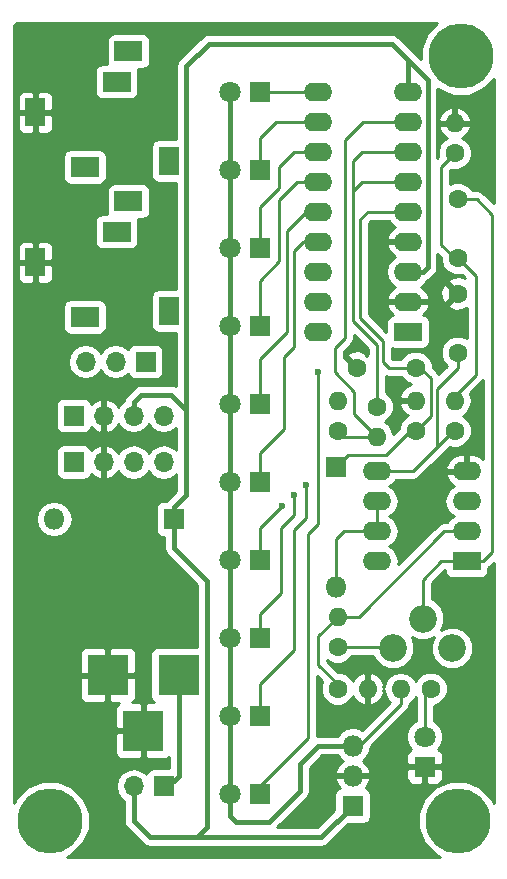
<source format=gbr>
G04 #@! TF.FileFunction,Copper,L1,Top,Signal*
%FSLAX46Y46*%
G04 Gerber Fmt 4.6, Leading zero omitted, Abs format (unit mm)*
G04 Created by KiCad (PCBNEW 4.0.2-stable) date 19/08/2017 21:27:20*
%MOMM*%
G01*
G04 APERTURE LIST*
%ADD10C,0.100000*%
%ADD11C,2.340000*%
%ADD12R,2.400000X1.600000*%
%ADD13O,2.400000X1.600000*%
%ADD14R,1.700000X1.700000*%
%ADD15O,1.700000X1.700000*%
%ADD16C,1.600000*%
%ADD17R,2.400000X1.700000*%
%ADD18R,1.700000X2.400000*%
%ADD19O,1.600000X1.600000*%
%ADD20R,1.800000X1.800000*%
%ADD21O,1.800000X1.800000*%
%ADD22C,1.800000*%
%ADD23R,3.500000X3.500000*%
%ADD24C,5.500000*%
%ADD25C,0.600000*%
%ADD26C,0.400000*%
%ADD27C,0.250000*%
%ADD28C,0.254000*%
G04 APERTURE END LIST*
D10*
D11*
X155749000Y-128905000D03*
X153249000Y-126405000D03*
X150749000Y-128905000D03*
D12*
X156972000Y-121539000D03*
D13*
X149352000Y-113919000D03*
X156972000Y-118999000D03*
X149352000Y-116459000D03*
X156972000Y-116459000D03*
X149352000Y-118999000D03*
X156972000Y-113919000D03*
X149352000Y-121539000D03*
D14*
X123698000Y-113157000D03*
D15*
X126238000Y-113157000D03*
X128778000Y-113157000D03*
X131318000Y-113157000D03*
D12*
X152019000Y-102108000D03*
D13*
X144399000Y-81788000D03*
X152019000Y-99568000D03*
X144399000Y-84328000D03*
X152019000Y-97028000D03*
X144399000Y-86868000D03*
X152019000Y-94488000D03*
X144399000Y-89408000D03*
X152019000Y-91948000D03*
X144399000Y-91948000D03*
X152019000Y-89408000D03*
X144399000Y-94488000D03*
X152019000Y-86868000D03*
X144399000Y-97028000D03*
X152019000Y-84328000D03*
X144399000Y-99568000D03*
X152019000Y-81788000D03*
X144399000Y-102108000D03*
D16*
X152654000Y-105156000D03*
X147654000Y-105156000D03*
D17*
X128345000Y-78359000D03*
X127345000Y-80959000D03*
D18*
X120445000Y-83559000D03*
X131745000Y-87659000D03*
D17*
X124645000Y-88159000D03*
D14*
X123698000Y-109220000D03*
D15*
X126238000Y-109220000D03*
X128778000Y-109220000D03*
X131318000Y-109220000D03*
D16*
X146050000Y-110490000D03*
D19*
X146050000Y-107950000D03*
D16*
X152654000Y-110490000D03*
D19*
X152654000Y-107950000D03*
D20*
X132207000Y-117983000D03*
D21*
X122047000Y-117983000D03*
D16*
X156210000Y-95885000D03*
X156210000Y-90885000D03*
X156210000Y-103886000D03*
X156210000Y-98886000D03*
D20*
X153416000Y-138938000D03*
D22*
X153416000Y-136398000D03*
D20*
X145923000Y-113538000D03*
D21*
X145923000Y-123698000D03*
D20*
X139446000Y-141224000D03*
D22*
X136906000Y-141224000D03*
D20*
X139446000Y-134620000D03*
D22*
X136906000Y-134620000D03*
D20*
X139446000Y-128016000D03*
D22*
X136906000Y-128016000D03*
D20*
X139446000Y-121412000D03*
D22*
X136906000Y-121412000D03*
D20*
X139446000Y-114808000D03*
D22*
X136906000Y-114808000D03*
D20*
X139446000Y-108204000D03*
D22*
X136906000Y-108204000D03*
D20*
X139446000Y-101600000D03*
D22*
X136906000Y-101600000D03*
D20*
X139446000Y-94996000D03*
D22*
X136906000Y-94996000D03*
D20*
X139446000Y-88392000D03*
D22*
X136906000Y-88392000D03*
D20*
X139446000Y-81788000D03*
D22*
X136906000Y-81788000D03*
D17*
X128345000Y-91059000D03*
X127345000Y-93659000D03*
D18*
X120445000Y-96259000D03*
X131745000Y-100359000D03*
D17*
X124645000Y-100859000D03*
D14*
X129794000Y-104648000D03*
D15*
X127254000Y-104648000D03*
X124714000Y-104648000D03*
D23*
X132588000Y-131191000D03*
X126588000Y-131191000D03*
X129588000Y-135891000D03*
D14*
X131318000Y-140589000D03*
D15*
X128778000Y-140589000D03*
D16*
X146050000Y-132334000D03*
D19*
X148590000Y-132334000D03*
D16*
X146050000Y-128778000D03*
D19*
X146050000Y-126238000D03*
D16*
X155956000Y-86995000D03*
D19*
X155956000Y-84455000D03*
D16*
X155956000Y-110490000D03*
D19*
X155956000Y-107950000D03*
D16*
X149352000Y-108458000D03*
D19*
X149352000Y-110998000D03*
D16*
X153924000Y-132334000D03*
D19*
X151384000Y-132334000D03*
D20*
X147320000Y-142240000D03*
D21*
X147320000Y-139700000D03*
X147320000Y-137160000D03*
D24*
X121666000Y-143510000D03*
X156464000Y-78740000D03*
X156210000Y-143510000D03*
D25*
X144399000Y-105537000D03*
X143383000Y-115062000D03*
X142367000Y-115951000D03*
X141351000Y-116840000D03*
D26*
X128778000Y-140589000D02*
X128778000Y-143510000D01*
X130175000Y-144907000D02*
X134112000Y-144907000D01*
X128778000Y-143510000D02*
X130175000Y-144907000D01*
X132207000Y-117983000D02*
X132207000Y-120396000D01*
X135001000Y-144018000D02*
X134112000Y-144907000D01*
X135001000Y-123190000D02*
X135001000Y-144018000D01*
X132207000Y-120396000D02*
X135001000Y-123190000D01*
X134112000Y-144907000D02*
X144653000Y-144907000D01*
X144653000Y-144907000D02*
X147320000Y-142240000D01*
D27*
X149352000Y-121539000D02*
X149352000Y-121666000D01*
D26*
X152019000Y-79121000D02*
X153670000Y-80772000D01*
X153289000Y-97028000D02*
X152019000Y-97028000D01*
X153670000Y-96647000D02*
X153289000Y-97028000D01*
X153670000Y-80772000D02*
X153670000Y-96647000D01*
X133223000Y-108966000D02*
X133223000Y-79629000D01*
X152019000Y-79121000D02*
X152019000Y-81788000D01*
X150622000Y-77724000D02*
X152019000Y-79121000D01*
X135128000Y-77724000D02*
X150622000Y-77724000D01*
X133223000Y-79629000D02*
X135128000Y-77724000D01*
X132207000Y-117983000D02*
X132207000Y-116967000D01*
X128778000Y-108077000D02*
X128778000Y-109220000D01*
X129413000Y-107442000D02*
X128778000Y-108077000D01*
X131953000Y-107442000D02*
X129413000Y-107442000D01*
X133223000Y-108712000D02*
X131953000Y-107442000D01*
X133223000Y-115951000D02*
X133223000Y-108966000D01*
X133223000Y-108966000D02*
X133223000Y-108712000D01*
X132207000Y-116967000D02*
X133223000Y-115951000D01*
D27*
X155956000Y-107569000D02*
X157734000Y-105791000D01*
X157734000Y-105791000D02*
X157734000Y-97409000D01*
X157734000Y-97409000D02*
X156210000Y-95885000D01*
X156210000Y-95885000D02*
X155956000Y-95885000D01*
X155956000Y-95885000D02*
X154813000Y-94742000D01*
X154813000Y-88138000D02*
X155956000Y-86995000D01*
X154813000Y-94742000D02*
X154813000Y-88138000D01*
X155956000Y-107950000D02*
X155956000Y-107569000D01*
X153249000Y-126405000D02*
X153249000Y-123103000D01*
X154813000Y-121539000D02*
X156972000Y-121539000D01*
X153249000Y-123103000D02*
X154813000Y-121539000D01*
X156210000Y-90885000D02*
X157814000Y-90885000D01*
X158369000Y-121539000D02*
X156972000Y-121539000D01*
X159131000Y-120777000D02*
X158369000Y-121539000D01*
X159131000Y-92202000D02*
X159131000Y-120777000D01*
X157814000Y-90885000D02*
X159131000Y-92202000D01*
X154432000Y-111887000D02*
X154374002Y-111944998D01*
X149352000Y-113919000D02*
X152400000Y-113919000D01*
X152400000Y-113919000D02*
X154374002Y-111944998D01*
X156210000Y-103886000D02*
X156210000Y-105156000D01*
X154432000Y-106934000D02*
X154432000Y-111887000D01*
X156210000Y-105156000D02*
X154432000Y-106934000D01*
X155829000Y-110490000D02*
X154432000Y-111887000D01*
X155956000Y-110490000D02*
X155829000Y-110490000D01*
D26*
X152019000Y-99568000D02*
X153162000Y-99568000D01*
D27*
X153035000Y-105156000D02*
X153924000Y-106045000D01*
X153924000Y-109220000D02*
X152654000Y-110490000D01*
X153924000Y-106045000D02*
X153924000Y-109220000D01*
X152146000Y-110490000D02*
X150114000Y-112522000D01*
X146939000Y-112522000D02*
X145923000Y-113538000D01*
X150114000Y-112522000D02*
X146939000Y-112522000D01*
X152654000Y-110490000D02*
X152146000Y-110490000D01*
X148590000Y-91948000D02*
X147955000Y-92583000D01*
X152019000Y-91948000D02*
X148590000Y-91948000D01*
X150368000Y-105156000D02*
X152654000Y-105156000D01*
X149860000Y-104648000D02*
X150368000Y-105156000D01*
X149860000Y-102870000D02*
X149860000Y-104648000D01*
X147955000Y-100965000D02*
X149860000Y-102870000D01*
X147955000Y-92583000D02*
X147955000Y-100965000D01*
X152654000Y-105156000D02*
X153035000Y-105156000D01*
X153416000Y-136398000D02*
X153416000Y-132842000D01*
X153416000Y-132842000D02*
X153924000Y-132334000D01*
X149352000Y-118999000D02*
X146558000Y-118999000D01*
X145923000Y-119634000D02*
X145923000Y-123698000D01*
X146558000Y-118999000D02*
X145923000Y-119634000D01*
X149352000Y-116459000D02*
X149352000Y-118999000D01*
X139446000Y-141224000D02*
X139446000Y-140589000D01*
X139446000Y-140589000D02*
X143510000Y-136525000D01*
X143510000Y-136525000D02*
X143510000Y-119253000D01*
X143510000Y-119253000D02*
X144399000Y-118364000D01*
X144399000Y-118364000D02*
X144399000Y-105537000D01*
X147320000Y-137160000D02*
X147828000Y-137160000D01*
X147828000Y-137160000D02*
X151384000Y-133604000D01*
X151384000Y-133604000D02*
X151384000Y-132334000D01*
D26*
X136906000Y-141224000D02*
X136906000Y-143129000D01*
X144399000Y-137160000D02*
X147320000Y-137160000D01*
X142875000Y-138684000D02*
X144399000Y-137160000D01*
X142875000Y-140970000D02*
X142875000Y-138684000D01*
X140208000Y-143637000D02*
X142875000Y-140970000D01*
X137414000Y-143637000D02*
X140208000Y-143637000D01*
X136906000Y-143129000D02*
X137414000Y-143637000D01*
X136906000Y-114808000D02*
X136906000Y-121412000D01*
X136906000Y-121412000D02*
X136906000Y-128016000D01*
X136906000Y-128016000D02*
X136906000Y-134620000D01*
X136906000Y-134620000D02*
X136906000Y-141224000D01*
X136906000Y-94996000D02*
X136906000Y-101600000D01*
X136906000Y-101600000D02*
X136906000Y-108204000D01*
X136906000Y-108204000D02*
X136906000Y-114808000D01*
X136906000Y-81788000D02*
X136906000Y-88392000D01*
X136906000Y-88392000D02*
X136906000Y-94996000D01*
D27*
X139446000Y-131953000D02*
X139446000Y-134620000D01*
X142367000Y-129032000D02*
X139446000Y-131953000D01*
X142367000Y-118872000D02*
X142367000Y-129032000D01*
X143383000Y-117856000D02*
X142367000Y-118872000D01*
X143383000Y-115062000D02*
X143383000Y-117856000D01*
X142367000Y-115951000D02*
X142367000Y-117602000D01*
X142367000Y-117602000D02*
X141224000Y-118745000D01*
X141224000Y-118745000D02*
X141224000Y-124206000D01*
X141224000Y-124206000D02*
X139446000Y-125984000D01*
X139446000Y-125984000D02*
X139446000Y-128016000D01*
X139446000Y-118745000D02*
X139446000Y-121412000D01*
X141351000Y-116840000D02*
X139446000Y-118745000D01*
X144399000Y-94488000D02*
X143129000Y-94488000D01*
X139446000Y-112395000D02*
X139446000Y-114808000D01*
X141478000Y-110363000D02*
X139446000Y-112395000D01*
X141478000Y-104267000D02*
X141478000Y-110363000D01*
X142367000Y-103378000D02*
X141478000Y-104267000D01*
X142367000Y-95250000D02*
X142367000Y-103378000D01*
X143129000Y-94488000D02*
X142367000Y-95250000D01*
X144399000Y-91948000D02*
X143383000Y-91948000D01*
X143383000Y-91948000D02*
X141732000Y-93599000D01*
X141732000Y-93599000D02*
X141732000Y-102108000D01*
X141732000Y-102108000D02*
X139446000Y-104394000D01*
X139446000Y-104394000D02*
X139446000Y-108204000D01*
X139446000Y-101600000D02*
X139446000Y-97790000D01*
X142621000Y-89408000D02*
X144399000Y-89408000D01*
X141097000Y-90932000D02*
X142621000Y-89408000D01*
X141097000Y-96139000D02*
X141097000Y-90932000D01*
X139446000Y-97790000D02*
X141097000Y-96139000D01*
X139446000Y-94996000D02*
X139446000Y-91567000D01*
X142367000Y-86868000D02*
X144399000Y-86868000D01*
X141097000Y-88138000D02*
X142367000Y-86868000D01*
X141097000Y-89916000D02*
X141097000Y-88138000D01*
X139446000Y-91567000D02*
X141097000Y-89916000D01*
X139446000Y-88392000D02*
X139446000Y-85725000D01*
X140843000Y-84328000D02*
X144399000Y-84328000D01*
X139446000Y-85725000D02*
X140843000Y-84328000D01*
X139446000Y-81788000D02*
X144399000Y-81788000D01*
X130302000Y-104648000D02*
X129794000Y-104648000D01*
D26*
X131318000Y-140589000D02*
X131699000Y-140589000D01*
X131699000Y-140589000D02*
X132588000Y-139700000D01*
X132588000Y-139700000D02*
X132588000Y-131191000D01*
D27*
X146050000Y-126238000D02*
X147828000Y-126238000D01*
X155067000Y-118999000D02*
X156972000Y-118999000D01*
X147828000Y-126238000D02*
X155067000Y-118999000D01*
X146050000Y-132334000D02*
X146050000Y-131953000D01*
X146050000Y-131953000D02*
X144399000Y-130302000D01*
X144399000Y-130302000D02*
X144399000Y-127889000D01*
X144399000Y-127889000D02*
X146050000Y-126238000D01*
X146050000Y-128778000D02*
X150622000Y-128778000D01*
X150622000Y-128778000D02*
X150749000Y-128905000D01*
X152019000Y-89408000D02*
X148082000Y-89408000D01*
X147320000Y-90170000D02*
X147320000Y-90297000D01*
X148082000Y-89408000D02*
X147320000Y-90170000D01*
X149352000Y-108458000D02*
X149352000Y-103251000D01*
X148082000Y-86868000D02*
X152019000Y-86868000D01*
X147320000Y-87630000D02*
X148082000Y-86868000D01*
X147320000Y-101219000D02*
X147320000Y-90297000D01*
X147320000Y-90297000D02*
X147320000Y-87630000D01*
X149352000Y-103251000D02*
X147320000Y-101219000D01*
X149352000Y-110998000D02*
X147447000Y-109093000D01*
X148209000Y-84328000D02*
X152019000Y-84328000D01*
X146685000Y-85852000D02*
X148209000Y-84328000D01*
X146685000Y-102616000D02*
X146685000Y-85852000D01*
X145796000Y-103505000D02*
X146685000Y-102616000D01*
X145796000Y-105537000D02*
X145796000Y-103505000D01*
X147447000Y-107188000D02*
X145796000Y-105537000D01*
X147447000Y-109093000D02*
X147447000Y-107188000D01*
X149352000Y-110998000D02*
X146558000Y-110998000D01*
X146558000Y-110998000D02*
X146050000Y-110490000D01*
D28*
G36*
X153596010Y-76820048D02*
X153079589Y-78063728D01*
X153078772Y-78999904D01*
X151212434Y-77133566D01*
X151200867Y-77125837D01*
X150941541Y-76952561D01*
X150622000Y-76889000D01*
X135128000Y-76889000D01*
X134808459Y-76952561D01*
X134549133Y-77125837D01*
X134537566Y-77133566D01*
X132632566Y-79038566D01*
X132451561Y-79309459D01*
X132388000Y-79629000D01*
X132388000Y-85811560D01*
X130895000Y-85811560D01*
X130659683Y-85855838D01*
X130443559Y-85994910D01*
X130298569Y-86207110D01*
X130247560Y-86459000D01*
X130247560Y-88859000D01*
X130291838Y-89094317D01*
X130430910Y-89310441D01*
X130643110Y-89455431D01*
X130895000Y-89506440D01*
X132388000Y-89506440D01*
X132388000Y-98511560D01*
X130895000Y-98511560D01*
X130659683Y-98555838D01*
X130443559Y-98694910D01*
X130298569Y-98907110D01*
X130247560Y-99159000D01*
X130247560Y-101559000D01*
X130291838Y-101794317D01*
X130430910Y-102010441D01*
X130643110Y-102155431D01*
X130895000Y-102206440D01*
X132388000Y-102206440D01*
X132388000Y-106747708D01*
X132272541Y-106670561D01*
X131953000Y-106607000D01*
X129413000Y-106607000D01*
X129093460Y-106670560D01*
X128822566Y-106851566D01*
X128187566Y-107486566D01*
X128006561Y-107757459D01*
X127961316Y-107984921D01*
X127727946Y-108140853D01*
X127500298Y-108481553D01*
X127433183Y-108338642D01*
X127004924Y-107948355D01*
X126594890Y-107778524D01*
X126365000Y-107899845D01*
X126365000Y-109093000D01*
X126385000Y-109093000D01*
X126385000Y-109347000D01*
X126365000Y-109347000D01*
X126365000Y-110540155D01*
X126594890Y-110661476D01*
X127004924Y-110491645D01*
X127433183Y-110101358D01*
X127500298Y-109958447D01*
X127727946Y-110299147D01*
X128209715Y-110621054D01*
X128778000Y-110734093D01*
X129346285Y-110621054D01*
X129828054Y-110299147D01*
X130048000Y-109969974D01*
X130267946Y-110299147D01*
X130749715Y-110621054D01*
X131318000Y-110734093D01*
X131886285Y-110621054D01*
X132368054Y-110299147D01*
X132388000Y-110269296D01*
X132388000Y-112107704D01*
X132368054Y-112077853D01*
X131886285Y-111755946D01*
X131318000Y-111642907D01*
X130749715Y-111755946D01*
X130267946Y-112077853D01*
X130048000Y-112407026D01*
X129828054Y-112077853D01*
X129346285Y-111755946D01*
X128778000Y-111642907D01*
X128209715Y-111755946D01*
X127727946Y-112077853D01*
X127500298Y-112418553D01*
X127433183Y-112275642D01*
X127004924Y-111885355D01*
X126594890Y-111715524D01*
X126365000Y-111836845D01*
X126365000Y-113030000D01*
X126385000Y-113030000D01*
X126385000Y-113284000D01*
X126365000Y-113284000D01*
X126365000Y-114477155D01*
X126594890Y-114598476D01*
X127004924Y-114428645D01*
X127433183Y-114038358D01*
X127500298Y-113895447D01*
X127727946Y-114236147D01*
X128209715Y-114558054D01*
X128778000Y-114671093D01*
X129346285Y-114558054D01*
X129828054Y-114236147D01*
X130048000Y-113906974D01*
X130267946Y-114236147D01*
X130749715Y-114558054D01*
X131318000Y-114671093D01*
X131886285Y-114558054D01*
X132368054Y-114236147D01*
X132388000Y-114206296D01*
X132388000Y-115605132D01*
X131616566Y-116376566D01*
X131577147Y-116435560D01*
X131307000Y-116435560D01*
X131071683Y-116479838D01*
X130855559Y-116618910D01*
X130710569Y-116831110D01*
X130659560Y-117083000D01*
X130659560Y-118883000D01*
X130703838Y-119118317D01*
X130842910Y-119334441D01*
X131055110Y-119479431D01*
X131307000Y-119530440D01*
X131372000Y-119530440D01*
X131372000Y-120396000D01*
X131435561Y-120715541D01*
X131616566Y-120986434D01*
X134166000Y-123535868D01*
X134166000Y-128793560D01*
X130838000Y-128793560D01*
X130602683Y-128837838D01*
X130386559Y-128976910D01*
X130241569Y-129189110D01*
X130190560Y-129441000D01*
X130190560Y-132941000D01*
X130234838Y-133176317D01*
X130373910Y-133392441D01*
X130540109Y-133506000D01*
X129873750Y-133506000D01*
X129715000Y-133664750D01*
X129715000Y-135764000D01*
X129735000Y-135764000D01*
X129735000Y-136018000D01*
X129715000Y-136018000D01*
X129715000Y-138117250D01*
X129873750Y-138276000D01*
X131464309Y-138276000D01*
X131697698Y-138179327D01*
X131753000Y-138124025D01*
X131753000Y-139091560D01*
X130468000Y-139091560D01*
X130232683Y-139135838D01*
X130016559Y-139274910D01*
X129871569Y-139487110D01*
X129857914Y-139554541D01*
X129828054Y-139509853D01*
X129346285Y-139187946D01*
X128778000Y-139074907D01*
X128209715Y-139187946D01*
X127727946Y-139509853D01*
X127406039Y-139991622D01*
X127293000Y-140559907D01*
X127293000Y-140618093D01*
X127406039Y-141186378D01*
X127727946Y-141668147D01*
X127943000Y-141811841D01*
X127943000Y-143510000D01*
X128006561Y-143829541D01*
X128168567Y-144072000D01*
X128187566Y-144100434D01*
X129584566Y-145497434D01*
X129855459Y-145678439D01*
X130175000Y-145742000D01*
X144653000Y-145742000D01*
X144972541Y-145678439D01*
X145243434Y-145497434D01*
X146953428Y-143787440D01*
X148220000Y-143787440D01*
X148455317Y-143743162D01*
X148671441Y-143604090D01*
X148816431Y-143391890D01*
X148867440Y-143140000D01*
X148867440Y-141340000D01*
X148823162Y-141104683D01*
X148684090Y-140888559D01*
X148471890Y-140743569D01*
X148420854Y-140733234D01*
X148557966Y-140607576D01*
X148811046Y-140064742D01*
X148690997Y-139827000D01*
X147447000Y-139827000D01*
X147447000Y-139847000D01*
X147193000Y-139847000D01*
X147193000Y-139827000D01*
X145949003Y-139827000D01*
X145828954Y-140064742D01*
X146082034Y-140607576D01*
X146216538Y-140730844D01*
X146184683Y-140736838D01*
X145968559Y-140875910D01*
X145823569Y-141088110D01*
X145772560Y-141340000D01*
X145772560Y-142606572D01*
X144307132Y-144072000D01*
X140953868Y-144072000D01*
X143465434Y-141560434D01*
X143646440Y-141289540D01*
X143710000Y-140970000D01*
X143710000Y-139029868D01*
X144744868Y-137995000D01*
X146047180Y-137995000D01*
X146234591Y-138275481D01*
X146472582Y-138434501D01*
X146082034Y-138792424D01*
X145828954Y-139335258D01*
X145949003Y-139573000D01*
X147193000Y-139573000D01*
X147193000Y-139553000D01*
X147447000Y-139553000D01*
X147447000Y-139573000D01*
X148690997Y-139573000D01*
X148811046Y-139335258D01*
X148759059Y-139223750D01*
X151881000Y-139223750D01*
X151881000Y-139964309D01*
X151977673Y-140197698D01*
X152156301Y-140376327D01*
X152389690Y-140473000D01*
X153130250Y-140473000D01*
X153289000Y-140314250D01*
X153289000Y-139065000D01*
X153543000Y-139065000D01*
X153543000Y-140314250D01*
X153701750Y-140473000D01*
X154442310Y-140473000D01*
X154675699Y-140376327D01*
X154854327Y-140197698D01*
X154951000Y-139964309D01*
X154951000Y-139223750D01*
X154792250Y-139065000D01*
X153543000Y-139065000D01*
X153289000Y-139065000D01*
X152039750Y-139065000D01*
X151881000Y-139223750D01*
X148759059Y-139223750D01*
X148557966Y-138792424D01*
X148167418Y-138434501D01*
X148405409Y-138275481D01*
X148738155Y-137777491D01*
X148850598Y-137212204D01*
X151921401Y-134141401D01*
X152086148Y-133894840D01*
X152095746Y-133846586D01*
X152144000Y-133604000D01*
X152144000Y-133537667D01*
X152426811Y-133348698D01*
X152651592Y-133012290D01*
X152656000Y-133022959D01*
X152656000Y-135051154D01*
X152547629Y-135095932D01*
X152115449Y-135527357D01*
X151881267Y-136091330D01*
X151880735Y-136701991D01*
X152113932Y-137266371D01*
X152291092Y-137443841D01*
X152156301Y-137499673D01*
X151977673Y-137678302D01*
X151881000Y-137911691D01*
X151881000Y-138652250D01*
X152039750Y-138811000D01*
X153289000Y-138811000D01*
X153289000Y-138791000D01*
X153543000Y-138791000D01*
X153543000Y-138811000D01*
X154792250Y-138811000D01*
X154951000Y-138652250D01*
X154951000Y-137911691D01*
X154854327Y-137678302D01*
X154675699Y-137499673D01*
X154541006Y-137443881D01*
X154716551Y-137268643D01*
X154950733Y-136704670D01*
X154951265Y-136094009D01*
X154718068Y-135529629D01*
X154286643Y-135097449D01*
X154176000Y-135051506D01*
X154176000Y-133769220D01*
X154208187Y-133769248D01*
X154735800Y-133551243D01*
X155139824Y-133147923D01*
X155358750Y-132620691D01*
X155359248Y-132049813D01*
X155141243Y-131522200D01*
X154737923Y-131118176D01*
X154210691Y-130899250D01*
X153639813Y-130898752D01*
X153112200Y-131116757D01*
X152708176Y-131520077D01*
X152651755Y-131655954D01*
X152426811Y-131319302D01*
X151961264Y-131008233D01*
X151412113Y-130899000D01*
X151355887Y-130899000D01*
X150806736Y-131008233D01*
X150341189Y-131319302D01*
X150030120Y-131784849D01*
X149946149Y-132206998D01*
X149859916Y-132206998D01*
X149981904Y-131984961D01*
X149821041Y-131596577D01*
X149445134Y-131181611D01*
X148939041Y-130942086D01*
X148717000Y-131063371D01*
X148717000Y-132207000D01*
X148737000Y-132207000D01*
X148737000Y-132461000D01*
X148717000Y-132461000D01*
X148717000Y-133604629D01*
X148939041Y-133725914D01*
X149445134Y-133486389D01*
X149821041Y-133071423D01*
X149981904Y-132683039D01*
X149859916Y-132461002D01*
X149946149Y-132461002D01*
X150030120Y-132883151D01*
X150341189Y-133348698D01*
X150475054Y-133438144D01*
X148083663Y-135829535D01*
X147907419Y-135711773D01*
X147320000Y-135594928D01*
X146732581Y-135711773D01*
X146234591Y-136044519D01*
X146047180Y-136325000D01*
X144399000Y-136325000D01*
X144270000Y-136350660D01*
X144270000Y-131247802D01*
X144748531Y-131726333D01*
X144615250Y-132047309D01*
X144614752Y-132618187D01*
X144832757Y-133145800D01*
X145236077Y-133549824D01*
X145763309Y-133768750D01*
X146334187Y-133769248D01*
X146861800Y-133551243D01*
X147265824Y-133147923D01*
X147328313Y-132997432D01*
X147358959Y-133071423D01*
X147734866Y-133486389D01*
X148240959Y-133725914D01*
X148463000Y-133604629D01*
X148463000Y-132461000D01*
X148443000Y-132461000D01*
X148443000Y-132207000D01*
X148463000Y-132207000D01*
X148463000Y-131063371D01*
X148240959Y-130942086D01*
X147734866Y-131181611D01*
X147358959Y-131596577D01*
X147328430Y-131670285D01*
X147267243Y-131522200D01*
X146863923Y-131118176D01*
X146336691Y-130899250D01*
X146070820Y-130899018D01*
X145159000Y-129987198D01*
X145159000Y-129916612D01*
X145236077Y-129993824D01*
X145763309Y-130212750D01*
X146334187Y-130213248D01*
X146861800Y-129995243D01*
X147265824Y-129591923D01*
X147288215Y-129538000D01*
X149057537Y-129538000D01*
X149217903Y-129926115D01*
X149725215Y-130434312D01*
X150388388Y-130709686D01*
X151106462Y-130710313D01*
X151770115Y-130436097D01*
X152278312Y-129928785D01*
X152553686Y-129265612D01*
X152554313Y-128547538D01*
X152316615Y-127972265D01*
X152888388Y-128209686D01*
X153606462Y-128210313D01*
X154181735Y-127972615D01*
X153944314Y-128544388D01*
X153943687Y-129262462D01*
X154217903Y-129926115D01*
X154725215Y-130434312D01*
X155388388Y-130709686D01*
X156106462Y-130710313D01*
X156770115Y-130436097D01*
X157278312Y-129928785D01*
X157553686Y-129265612D01*
X157554313Y-128547538D01*
X157280097Y-127883885D01*
X156772785Y-127375688D01*
X156109612Y-127100314D01*
X155391538Y-127099687D01*
X154816265Y-127337385D01*
X155053686Y-126765612D01*
X155054313Y-126047538D01*
X154780097Y-125383885D01*
X154272785Y-124875688D01*
X154009000Y-124766155D01*
X154009000Y-123417802D01*
X155124560Y-122302242D01*
X155124560Y-122339000D01*
X155168838Y-122574317D01*
X155307910Y-122790441D01*
X155520110Y-122935431D01*
X155772000Y-122986440D01*
X158172000Y-122986440D01*
X158407317Y-122942162D01*
X158623441Y-122803090D01*
X158768431Y-122590890D01*
X158819440Y-122339000D01*
X158819440Y-122134506D01*
X158906401Y-122076401D01*
X159258000Y-121724802D01*
X159258000Y-142022615D01*
X159081337Y-141595057D01*
X158129952Y-140642010D01*
X156886272Y-140125589D01*
X155539636Y-140124414D01*
X154295057Y-140638663D01*
X153342010Y-141590048D01*
X152825589Y-142833728D01*
X152824414Y-144180364D01*
X153338663Y-145424943D01*
X154290048Y-146377990D01*
X154723560Y-146558000D01*
X123153385Y-146558000D01*
X123580943Y-146381337D01*
X124533990Y-145429952D01*
X125050411Y-144186272D01*
X125051586Y-142839636D01*
X124537337Y-141595057D01*
X123585952Y-140642010D01*
X122342272Y-140125589D01*
X120995636Y-140124414D01*
X119751057Y-140638663D01*
X118798010Y-141590048D01*
X118618000Y-142023560D01*
X118618000Y-136176750D01*
X127203000Y-136176750D01*
X127203000Y-137767310D01*
X127299673Y-138000699D01*
X127478302Y-138179327D01*
X127711691Y-138276000D01*
X129302250Y-138276000D01*
X129461000Y-138117250D01*
X129461000Y-136018000D01*
X127361750Y-136018000D01*
X127203000Y-136176750D01*
X118618000Y-136176750D01*
X118618000Y-131476750D01*
X124203000Y-131476750D01*
X124203000Y-133067310D01*
X124299673Y-133300699D01*
X124478302Y-133479327D01*
X124711691Y-133576000D01*
X126302250Y-133576000D01*
X126461000Y-133417250D01*
X126461000Y-131318000D01*
X126715000Y-131318000D01*
X126715000Y-133417250D01*
X126873750Y-133576000D01*
X127542696Y-133576000D01*
X127478302Y-133602673D01*
X127299673Y-133781301D01*
X127203000Y-134014690D01*
X127203000Y-135605250D01*
X127361750Y-135764000D01*
X129461000Y-135764000D01*
X129461000Y-133664750D01*
X129302250Y-133506000D01*
X128633304Y-133506000D01*
X128697698Y-133479327D01*
X128876327Y-133300699D01*
X128973000Y-133067310D01*
X128973000Y-131476750D01*
X128814250Y-131318000D01*
X126715000Y-131318000D01*
X126461000Y-131318000D01*
X124361750Y-131318000D01*
X124203000Y-131476750D01*
X118618000Y-131476750D01*
X118618000Y-129314690D01*
X124203000Y-129314690D01*
X124203000Y-130905250D01*
X124361750Y-131064000D01*
X126461000Y-131064000D01*
X126461000Y-128964750D01*
X126715000Y-128964750D01*
X126715000Y-131064000D01*
X128814250Y-131064000D01*
X128973000Y-130905250D01*
X128973000Y-129314690D01*
X128876327Y-129081301D01*
X128697698Y-128902673D01*
X128464309Y-128806000D01*
X126873750Y-128806000D01*
X126715000Y-128964750D01*
X126461000Y-128964750D01*
X126302250Y-128806000D01*
X124711691Y-128806000D01*
X124478302Y-128902673D01*
X124299673Y-129081301D01*
X124203000Y-129314690D01*
X118618000Y-129314690D01*
X118618000Y-117983000D01*
X120481928Y-117983000D01*
X120598773Y-118570419D01*
X120931519Y-119068409D01*
X121429509Y-119401155D01*
X122016928Y-119518000D01*
X122077072Y-119518000D01*
X122664491Y-119401155D01*
X123162481Y-119068409D01*
X123495227Y-118570419D01*
X123612072Y-117983000D01*
X123495227Y-117395581D01*
X123162481Y-116897591D01*
X122664491Y-116564845D01*
X122077072Y-116448000D01*
X122016928Y-116448000D01*
X121429509Y-116564845D01*
X120931519Y-116897591D01*
X120598773Y-117395581D01*
X120481928Y-117983000D01*
X118618000Y-117983000D01*
X118618000Y-112307000D01*
X122200560Y-112307000D01*
X122200560Y-114007000D01*
X122244838Y-114242317D01*
X122383910Y-114458441D01*
X122596110Y-114603431D01*
X122848000Y-114654440D01*
X124548000Y-114654440D01*
X124783317Y-114610162D01*
X124999441Y-114471090D01*
X125144431Y-114258890D01*
X125166301Y-114150893D01*
X125471076Y-114428645D01*
X125881110Y-114598476D01*
X126111000Y-114477155D01*
X126111000Y-113284000D01*
X126091000Y-113284000D01*
X126091000Y-113030000D01*
X126111000Y-113030000D01*
X126111000Y-111836845D01*
X125881110Y-111715524D01*
X125471076Y-111885355D01*
X125168063Y-112161501D01*
X125151162Y-112071683D01*
X125012090Y-111855559D01*
X124799890Y-111710569D01*
X124548000Y-111659560D01*
X122848000Y-111659560D01*
X122612683Y-111703838D01*
X122396559Y-111842910D01*
X122251569Y-112055110D01*
X122200560Y-112307000D01*
X118618000Y-112307000D01*
X118618000Y-108370000D01*
X122200560Y-108370000D01*
X122200560Y-110070000D01*
X122244838Y-110305317D01*
X122383910Y-110521441D01*
X122596110Y-110666431D01*
X122848000Y-110717440D01*
X124548000Y-110717440D01*
X124783317Y-110673162D01*
X124999441Y-110534090D01*
X125144431Y-110321890D01*
X125166301Y-110213893D01*
X125471076Y-110491645D01*
X125881110Y-110661476D01*
X126111000Y-110540155D01*
X126111000Y-109347000D01*
X126091000Y-109347000D01*
X126091000Y-109093000D01*
X126111000Y-109093000D01*
X126111000Y-107899845D01*
X125881110Y-107778524D01*
X125471076Y-107948355D01*
X125168063Y-108224501D01*
X125151162Y-108134683D01*
X125012090Y-107918559D01*
X124799890Y-107773569D01*
X124548000Y-107722560D01*
X122848000Y-107722560D01*
X122612683Y-107766838D01*
X122396559Y-107905910D01*
X122251569Y-108118110D01*
X122200560Y-108370000D01*
X118618000Y-108370000D01*
X118618000Y-104618907D01*
X123229000Y-104618907D01*
X123229000Y-104677093D01*
X123342039Y-105245378D01*
X123663946Y-105727147D01*
X124145715Y-106049054D01*
X124714000Y-106162093D01*
X125282285Y-106049054D01*
X125764054Y-105727147D01*
X125984000Y-105397974D01*
X126203946Y-105727147D01*
X126685715Y-106049054D01*
X127254000Y-106162093D01*
X127822285Y-106049054D01*
X128304054Y-105727147D01*
X128331850Y-105685548D01*
X128340838Y-105733317D01*
X128479910Y-105949441D01*
X128692110Y-106094431D01*
X128944000Y-106145440D01*
X130644000Y-106145440D01*
X130879317Y-106101162D01*
X131095441Y-105962090D01*
X131240431Y-105749890D01*
X131291440Y-105498000D01*
X131291440Y-103798000D01*
X131247162Y-103562683D01*
X131108090Y-103346559D01*
X130895890Y-103201569D01*
X130644000Y-103150560D01*
X128944000Y-103150560D01*
X128708683Y-103194838D01*
X128492559Y-103333910D01*
X128347569Y-103546110D01*
X128333914Y-103613541D01*
X128304054Y-103568853D01*
X127822285Y-103246946D01*
X127254000Y-103133907D01*
X126685715Y-103246946D01*
X126203946Y-103568853D01*
X125984000Y-103898026D01*
X125764054Y-103568853D01*
X125282285Y-103246946D01*
X124714000Y-103133907D01*
X124145715Y-103246946D01*
X123663946Y-103568853D01*
X123342039Y-104050622D01*
X123229000Y-104618907D01*
X118618000Y-104618907D01*
X118618000Y-100009000D01*
X122797560Y-100009000D01*
X122797560Y-101709000D01*
X122841838Y-101944317D01*
X122980910Y-102160441D01*
X123193110Y-102305431D01*
X123445000Y-102356440D01*
X125845000Y-102356440D01*
X126080317Y-102312162D01*
X126296441Y-102173090D01*
X126441431Y-101960890D01*
X126492440Y-101709000D01*
X126492440Y-100009000D01*
X126448162Y-99773683D01*
X126309090Y-99557559D01*
X126096890Y-99412569D01*
X125845000Y-99361560D01*
X123445000Y-99361560D01*
X123209683Y-99405838D01*
X122993559Y-99544910D01*
X122848569Y-99757110D01*
X122797560Y-100009000D01*
X118618000Y-100009000D01*
X118618000Y-96544750D01*
X118960000Y-96544750D01*
X118960000Y-97585310D01*
X119056673Y-97818699D01*
X119235302Y-97997327D01*
X119468691Y-98094000D01*
X120159250Y-98094000D01*
X120318000Y-97935250D01*
X120318000Y-96386000D01*
X120572000Y-96386000D01*
X120572000Y-97935250D01*
X120730750Y-98094000D01*
X121421309Y-98094000D01*
X121654698Y-97997327D01*
X121833327Y-97818699D01*
X121930000Y-97585310D01*
X121930000Y-96544750D01*
X121771250Y-96386000D01*
X120572000Y-96386000D01*
X120318000Y-96386000D01*
X119118750Y-96386000D01*
X118960000Y-96544750D01*
X118618000Y-96544750D01*
X118618000Y-94932690D01*
X118960000Y-94932690D01*
X118960000Y-95973250D01*
X119118750Y-96132000D01*
X120318000Y-96132000D01*
X120318000Y-94582750D01*
X120572000Y-94582750D01*
X120572000Y-96132000D01*
X121771250Y-96132000D01*
X121930000Y-95973250D01*
X121930000Y-94932690D01*
X121833327Y-94699301D01*
X121654698Y-94520673D01*
X121421309Y-94424000D01*
X120730750Y-94424000D01*
X120572000Y-94582750D01*
X120318000Y-94582750D01*
X120159250Y-94424000D01*
X119468691Y-94424000D01*
X119235302Y-94520673D01*
X119056673Y-94699301D01*
X118960000Y-94932690D01*
X118618000Y-94932690D01*
X118618000Y-92809000D01*
X125497560Y-92809000D01*
X125497560Y-94509000D01*
X125541838Y-94744317D01*
X125680910Y-94960441D01*
X125893110Y-95105431D01*
X126145000Y-95156440D01*
X128545000Y-95156440D01*
X128780317Y-95112162D01*
X128996441Y-94973090D01*
X129141431Y-94760890D01*
X129192440Y-94509000D01*
X129192440Y-92809000D01*
X129148162Y-92573683D01*
X129137066Y-92556440D01*
X129545000Y-92556440D01*
X129780317Y-92512162D01*
X129996441Y-92373090D01*
X130141431Y-92160890D01*
X130192440Y-91909000D01*
X130192440Y-90209000D01*
X130148162Y-89973683D01*
X130009090Y-89757559D01*
X129796890Y-89612569D01*
X129545000Y-89561560D01*
X127145000Y-89561560D01*
X126909683Y-89605838D01*
X126693559Y-89744910D01*
X126548569Y-89957110D01*
X126497560Y-90209000D01*
X126497560Y-91909000D01*
X126541838Y-92144317D01*
X126552934Y-92161560D01*
X126145000Y-92161560D01*
X125909683Y-92205838D01*
X125693559Y-92344910D01*
X125548569Y-92557110D01*
X125497560Y-92809000D01*
X118618000Y-92809000D01*
X118618000Y-87309000D01*
X122797560Y-87309000D01*
X122797560Y-89009000D01*
X122841838Y-89244317D01*
X122980910Y-89460441D01*
X123193110Y-89605431D01*
X123445000Y-89656440D01*
X125845000Y-89656440D01*
X126080317Y-89612162D01*
X126296441Y-89473090D01*
X126441431Y-89260890D01*
X126492440Y-89009000D01*
X126492440Y-87309000D01*
X126448162Y-87073683D01*
X126309090Y-86857559D01*
X126096890Y-86712569D01*
X125845000Y-86661560D01*
X123445000Y-86661560D01*
X123209683Y-86705838D01*
X122993559Y-86844910D01*
X122848569Y-87057110D01*
X122797560Y-87309000D01*
X118618000Y-87309000D01*
X118618000Y-83844750D01*
X118960000Y-83844750D01*
X118960000Y-84885310D01*
X119056673Y-85118699D01*
X119235302Y-85297327D01*
X119468691Y-85394000D01*
X120159250Y-85394000D01*
X120318000Y-85235250D01*
X120318000Y-83686000D01*
X120572000Y-83686000D01*
X120572000Y-85235250D01*
X120730750Y-85394000D01*
X121421309Y-85394000D01*
X121654698Y-85297327D01*
X121833327Y-85118699D01*
X121930000Y-84885310D01*
X121930000Y-83844750D01*
X121771250Y-83686000D01*
X120572000Y-83686000D01*
X120318000Y-83686000D01*
X119118750Y-83686000D01*
X118960000Y-83844750D01*
X118618000Y-83844750D01*
X118618000Y-82232690D01*
X118960000Y-82232690D01*
X118960000Y-83273250D01*
X119118750Y-83432000D01*
X120318000Y-83432000D01*
X120318000Y-81882750D01*
X120572000Y-81882750D01*
X120572000Y-83432000D01*
X121771250Y-83432000D01*
X121930000Y-83273250D01*
X121930000Y-82232690D01*
X121833327Y-81999301D01*
X121654698Y-81820673D01*
X121421309Y-81724000D01*
X120730750Y-81724000D01*
X120572000Y-81882750D01*
X120318000Y-81882750D01*
X120159250Y-81724000D01*
X119468691Y-81724000D01*
X119235302Y-81820673D01*
X119056673Y-81999301D01*
X118960000Y-82232690D01*
X118618000Y-82232690D01*
X118618000Y-80109000D01*
X125497560Y-80109000D01*
X125497560Y-81809000D01*
X125541838Y-82044317D01*
X125680910Y-82260441D01*
X125893110Y-82405431D01*
X126145000Y-82456440D01*
X128545000Y-82456440D01*
X128780317Y-82412162D01*
X128996441Y-82273090D01*
X129141431Y-82060890D01*
X129192440Y-81809000D01*
X129192440Y-80109000D01*
X129148162Y-79873683D01*
X129137066Y-79856440D01*
X129545000Y-79856440D01*
X129780317Y-79812162D01*
X129996441Y-79673090D01*
X130141431Y-79460890D01*
X130192440Y-79209000D01*
X130192440Y-77509000D01*
X130148162Y-77273683D01*
X130009090Y-77057559D01*
X129796890Y-76912569D01*
X129545000Y-76861560D01*
X127145000Y-76861560D01*
X126909683Y-76905838D01*
X126693559Y-77044910D01*
X126548569Y-77257110D01*
X126497560Y-77509000D01*
X126497560Y-79209000D01*
X126541838Y-79444317D01*
X126552934Y-79461560D01*
X126145000Y-79461560D01*
X125909683Y-79505838D01*
X125693559Y-79644910D01*
X125548569Y-79857110D01*
X125497560Y-80109000D01*
X118618000Y-80109000D01*
X118618000Y-76205227D01*
X118721832Y-76049832D01*
X118877227Y-75946000D01*
X154471585Y-75946000D01*
X153596010Y-76820048D01*
X153596010Y-76820048D01*
G37*
X153596010Y-76820048D02*
X153079589Y-78063728D01*
X153078772Y-78999904D01*
X151212434Y-77133566D01*
X151200867Y-77125837D01*
X150941541Y-76952561D01*
X150622000Y-76889000D01*
X135128000Y-76889000D01*
X134808459Y-76952561D01*
X134549133Y-77125837D01*
X134537566Y-77133566D01*
X132632566Y-79038566D01*
X132451561Y-79309459D01*
X132388000Y-79629000D01*
X132388000Y-85811560D01*
X130895000Y-85811560D01*
X130659683Y-85855838D01*
X130443559Y-85994910D01*
X130298569Y-86207110D01*
X130247560Y-86459000D01*
X130247560Y-88859000D01*
X130291838Y-89094317D01*
X130430910Y-89310441D01*
X130643110Y-89455431D01*
X130895000Y-89506440D01*
X132388000Y-89506440D01*
X132388000Y-98511560D01*
X130895000Y-98511560D01*
X130659683Y-98555838D01*
X130443559Y-98694910D01*
X130298569Y-98907110D01*
X130247560Y-99159000D01*
X130247560Y-101559000D01*
X130291838Y-101794317D01*
X130430910Y-102010441D01*
X130643110Y-102155431D01*
X130895000Y-102206440D01*
X132388000Y-102206440D01*
X132388000Y-106747708D01*
X132272541Y-106670561D01*
X131953000Y-106607000D01*
X129413000Y-106607000D01*
X129093460Y-106670560D01*
X128822566Y-106851566D01*
X128187566Y-107486566D01*
X128006561Y-107757459D01*
X127961316Y-107984921D01*
X127727946Y-108140853D01*
X127500298Y-108481553D01*
X127433183Y-108338642D01*
X127004924Y-107948355D01*
X126594890Y-107778524D01*
X126365000Y-107899845D01*
X126365000Y-109093000D01*
X126385000Y-109093000D01*
X126385000Y-109347000D01*
X126365000Y-109347000D01*
X126365000Y-110540155D01*
X126594890Y-110661476D01*
X127004924Y-110491645D01*
X127433183Y-110101358D01*
X127500298Y-109958447D01*
X127727946Y-110299147D01*
X128209715Y-110621054D01*
X128778000Y-110734093D01*
X129346285Y-110621054D01*
X129828054Y-110299147D01*
X130048000Y-109969974D01*
X130267946Y-110299147D01*
X130749715Y-110621054D01*
X131318000Y-110734093D01*
X131886285Y-110621054D01*
X132368054Y-110299147D01*
X132388000Y-110269296D01*
X132388000Y-112107704D01*
X132368054Y-112077853D01*
X131886285Y-111755946D01*
X131318000Y-111642907D01*
X130749715Y-111755946D01*
X130267946Y-112077853D01*
X130048000Y-112407026D01*
X129828054Y-112077853D01*
X129346285Y-111755946D01*
X128778000Y-111642907D01*
X128209715Y-111755946D01*
X127727946Y-112077853D01*
X127500298Y-112418553D01*
X127433183Y-112275642D01*
X127004924Y-111885355D01*
X126594890Y-111715524D01*
X126365000Y-111836845D01*
X126365000Y-113030000D01*
X126385000Y-113030000D01*
X126385000Y-113284000D01*
X126365000Y-113284000D01*
X126365000Y-114477155D01*
X126594890Y-114598476D01*
X127004924Y-114428645D01*
X127433183Y-114038358D01*
X127500298Y-113895447D01*
X127727946Y-114236147D01*
X128209715Y-114558054D01*
X128778000Y-114671093D01*
X129346285Y-114558054D01*
X129828054Y-114236147D01*
X130048000Y-113906974D01*
X130267946Y-114236147D01*
X130749715Y-114558054D01*
X131318000Y-114671093D01*
X131886285Y-114558054D01*
X132368054Y-114236147D01*
X132388000Y-114206296D01*
X132388000Y-115605132D01*
X131616566Y-116376566D01*
X131577147Y-116435560D01*
X131307000Y-116435560D01*
X131071683Y-116479838D01*
X130855559Y-116618910D01*
X130710569Y-116831110D01*
X130659560Y-117083000D01*
X130659560Y-118883000D01*
X130703838Y-119118317D01*
X130842910Y-119334441D01*
X131055110Y-119479431D01*
X131307000Y-119530440D01*
X131372000Y-119530440D01*
X131372000Y-120396000D01*
X131435561Y-120715541D01*
X131616566Y-120986434D01*
X134166000Y-123535868D01*
X134166000Y-128793560D01*
X130838000Y-128793560D01*
X130602683Y-128837838D01*
X130386559Y-128976910D01*
X130241569Y-129189110D01*
X130190560Y-129441000D01*
X130190560Y-132941000D01*
X130234838Y-133176317D01*
X130373910Y-133392441D01*
X130540109Y-133506000D01*
X129873750Y-133506000D01*
X129715000Y-133664750D01*
X129715000Y-135764000D01*
X129735000Y-135764000D01*
X129735000Y-136018000D01*
X129715000Y-136018000D01*
X129715000Y-138117250D01*
X129873750Y-138276000D01*
X131464309Y-138276000D01*
X131697698Y-138179327D01*
X131753000Y-138124025D01*
X131753000Y-139091560D01*
X130468000Y-139091560D01*
X130232683Y-139135838D01*
X130016559Y-139274910D01*
X129871569Y-139487110D01*
X129857914Y-139554541D01*
X129828054Y-139509853D01*
X129346285Y-139187946D01*
X128778000Y-139074907D01*
X128209715Y-139187946D01*
X127727946Y-139509853D01*
X127406039Y-139991622D01*
X127293000Y-140559907D01*
X127293000Y-140618093D01*
X127406039Y-141186378D01*
X127727946Y-141668147D01*
X127943000Y-141811841D01*
X127943000Y-143510000D01*
X128006561Y-143829541D01*
X128168567Y-144072000D01*
X128187566Y-144100434D01*
X129584566Y-145497434D01*
X129855459Y-145678439D01*
X130175000Y-145742000D01*
X144653000Y-145742000D01*
X144972541Y-145678439D01*
X145243434Y-145497434D01*
X146953428Y-143787440D01*
X148220000Y-143787440D01*
X148455317Y-143743162D01*
X148671441Y-143604090D01*
X148816431Y-143391890D01*
X148867440Y-143140000D01*
X148867440Y-141340000D01*
X148823162Y-141104683D01*
X148684090Y-140888559D01*
X148471890Y-140743569D01*
X148420854Y-140733234D01*
X148557966Y-140607576D01*
X148811046Y-140064742D01*
X148690997Y-139827000D01*
X147447000Y-139827000D01*
X147447000Y-139847000D01*
X147193000Y-139847000D01*
X147193000Y-139827000D01*
X145949003Y-139827000D01*
X145828954Y-140064742D01*
X146082034Y-140607576D01*
X146216538Y-140730844D01*
X146184683Y-140736838D01*
X145968559Y-140875910D01*
X145823569Y-141088110D01*
X145772560Y-141340000D01*
X145772560Y-142606572D01*
X144307132Y-144072000D01*
X140953868Y-144072000D01*
X143465434Y-141560434D01*
X143646440Y-141289540D01*
X143710000Y-140970000D01*
X143710000Y-139029868D01*
X144744868Y-137995000D01*
X146047180Y-137995000D01*
X146234591Y-138275481D01*
X146472582Y-138434501D01*
X146082034Y-138792424D01*
X145828954Y-139335258D01*
X145949003Y-139573000D01*
X147193000Y-139573000D01*
X147193000Y-139553000D01*
X147447000Y-139553000D01*
X147447000Y-139573000D01*
X148690997Y-139573000D01*
X148811046Y-139335258D01*
X148759059Y-139223750D01*
X151881000Y-139223750D01*
X151881000Y-139964309D01*
X151977673Y-140197698D01*
X152156301Y-140376327D01*
X152389690Y-140473000D01*
X153130250Y-140473000D01*
X153289000Y-140314250D01*
X153289000Y-139065000D01*
X153543000Y-139065000D01*
X153543000Y-140314250D01*
X153701750Y-140473000D01*
X154442310Y-140473000D01*
X154675699Y-140376327D01*
X154854327Y-140197698D01*
X154951000Y-139964309D01*
X154951000Y-139223750D01*
X154792250Y-139065000D01*
X153543000Y-139065000D01*
X153289000Y-139065000D01*
X152039750Y-139065000D01*
X151881000Y-139223750D01*
X148759059Y-139223750D01*
X148557966Y-138792424D01*
X148167418Y-138434501D01*
X148405409Y-138275481D01*
X148738155Y-137777491D01*
X148850598Y-137212204D01*
X151921401Y-134141401D01*
X152086148Y-133894840D01*
X152095746Y-133846586D01*
X152144000Y-133604000D01*
X152144000Y-133537667D01*
X152426811Y-133348698D01*
X152651592Y-133012290D01*
X152656000Y-133022959D01*
X152656000Y-135051154D01*
X152547629Y-135095932D01*
X152115449Y-135527357D01*
X151881267Y-136091330D01*
X151880735Y-136701991D01*
X152113932Y-137266371D01*
X152291092Y-137443841D01*
X152156301Y-137499673D01*
X151977673Y-137678302D01*
X151881000Y-137911691D01*
X151881000Y-138652250D01*
X152039750Y-138811000D01*
X153289000Y-138811000D01*
X153289000Y-138791000D01*
X153543000Y-138791000D01*
X153543000Y-138811000D01*
X154792250Y-138811000D01*
X154951000Y-138652250D01*
X154951000Y-137911691D01*
X154854327Y-137678302D01*
X154675699Y-137499673D01*
X154541006Y-137443881D01*
X154716551Y-137268643D01*
X154950733Y-136704670D01*
X154951265Y-136094009D01*
X154718068Y-135529629D01*
X154286643Y-135097449D01*
X154176000Y-135051506D01*
X154176000Y-133769220D01*
X154208187Y-133769248D01*
X154735800Y-133551243D01*
X155139824Y-133147923D01*
X155358750Y-132620691D01*
X155359248Y-132049813D01*
X155141243Y-131522200D01*
X154737923Y-131118176D01*
X154210691Y-130899250D01*
X153639813Y-130898752D01*
X153112200Y-131116757D01*
X152708176Y-131520077D01*
X152651755Y-131655954D01*
X152426811Y-131319302D01*
X151961264Y-131008233D01*
X151412113Y-130899000D01*
X151355887Y-130899000D01*
X150806736Y-131008233D01*
X150341189Y-131319302D01*
X150030120Y-131784849D01*
X149946149Y-132206998D01*
X149859916Y-132206998D01*
X149981904Y-131984961D01*
X149821041Y-131596577D01*
X149445134Y-131181611D01*
X148939041Y-130942086D01*
X148717000Y-131063371D01*
X148717000Y-132207000D01*
X148737000Y-132207000D01*
X148737000Y-132461000D01*
X148717000Y-132461000D01*
X148717000Y-133604629D01*
X148939041Y-133725914D01*
X149445134Y-133486389D01*
X149821041Y-133071423D01*
X149981904Y-132683039D01*
X149859916Y-132461002D01*
X149946149Y-132461002D01*
X150030120Y-132883151D01*
X150341189Y-133348698D01*
X150475054Y-133438144D01*
X148083663Y-135829535D01*
X147907419Y-135711773D01*
X147320000Y-135594928D01*
X146732581Y-135711773D01*
X146234591Y-136044519D01*
X146047180Y-136325000D01*
X144399000Y-136325000D01*
X144270000Y-136350660D01*
X144270000Y-131247802D01*
X144748531Y-131726333D01*
X144615250Y-132047309D01*
X144614752Y-132618187D01*
X144832757Y-133145800D01*
X145236077Y-133549824D01*
X145763309Y-133768750D01*
X146334187Y-133769248D01*
X146861800Y-133551243D01*
X147265824Y-133147923D01*
X147328313Y-132997432D01*
X147358959Y-133071423D01*
X147734866Y-133486389D01*
X148240959Y-133725914D01*
X148463000Y-133604629D01*
X148463000Y-132461000D01*
X148443000Y-132461000D01*
X148443000Y-132207000D01*
X148463000Y-132207000D01*
X148463000Y-131063371D01*
X148240959Y-130942086D01*
X147734866Y-131181611D01*
X147358959Y-131596577D01*
X147328430Y-131670285D01*
X147267243Y-131522200D01*
X146863923Y-131118176D01*
X146336691Y-130899250D01*
X146070820Y-130899018D01*
X145159000Y-129987198D01*
X145159000Y-129916612D01*
X145236077Y-129993824D01*
X145763309Y-130212750D01*
X146334187Y-130213248D01*
X146861800Y-129995243D01*
X147265824Y-129591923D01*
X147288215Y-129538000D01*
X149057537Y-129538000D01*
X149217903Y-129926115D01*
X149725215Y-130434312D01*
X150388388Y-130709686D01*
X151106462Y-130710313D01*
X151770115Y-130436097D01*
X152278312Y-129928785D01*
X152553686Y-129265612D01*
X152554313Y-128547538D01*
X152316615Y-127972265D01*
X152888388Y-128209686D01*
X153606462Y-128210313D01*
X154181735Y-127972615D01*
X153944314Y-128544388D01*
X153943687Y-129262462D01*
X154217903Y-129926115D01*
X154725215Y-130434312D01*
X155388388Y-130709686D01*
X156106462Y-130710313D01*
X156770115Y-130436097D01*
X157278312Y-129928785D01*
X157553686Y-129265612D01*
X157554313Y-128547538D01*
X157280097Y-127883885D01*
X156772785Y-127375688D01*
X156109612Y-127100314D01*
X155391538Y-127099687D01*
X154816265Y-127337385D01*
X155053686Y-126765612D01*
X155054313Y-126047538D01*
X154780097Y-125383885D01*
X154272785Y-124875688D01*
X154009000Y-124766155D01*
X154009000Y-123417802D01*
X155124560Y-122302242D01*
X155124560Y-122339000D01*
X155168838Y-122574317D01*
X155307910Y-122790441D01*
X155520110Y-122935431D01*
X155772000Y-122986440D01*
X158172000Y-122986440D01*
X158407317Y-122942162D01*
X158623441Y-122803090D01*
X158768431Y-122590890D01*
X158819440Y-122339000D01*
X158819440Y-122134506D01*
X158906401Y-122076401D01*
X159258000Y-121724802D01*
X159258000Y-142022615D01*
X159081337Y-141595057D01*
X158129952Y-140642010D01*
X156886272Y-140125589D01*
X155539636Y-140124414D01*
X154295057Y-140638663D01*
X153342010Y-141590048D01*
X152825589Y-142833728D01*
X152824414Y-144180364D01*
X153338663Y-145424943D01*
X154290048Y-146377990D01*
X154723560Y-146558000D01*
X123153385Y-146558000D01*
X123580943Y-146381337D01*
X124533990Y-145429952D01*
X125050411Y-144186272D01*
X125051586Y-142839636D01*
X124537337Y-141595057D01*
X123585952Y-140642010D01*
X122342272Y-140125589D01*
X120995636Y-140124414D01*
X119751057Y-140638663D01*
X118798010Y-141590048D01*
X118618000Y-142023560D01*
X118618000Y-136176750D01*
X127203000Y-136176750D01*
X127203000Y-137767310D01*
X127299673Y-138000699D01*
X127478302Y-138179327D01*
X127711691Y-138276000D01*
X129302250Y-138276000D01*
X129461000Y-138117250D01*
X129461000Y-136018000D01*
X127361750Y-136018000D01*
X127203000Y-136176750D01*
X118618000Y-136176750D01*
X118618000Y-131476750D01*
X124203000Y-131476750D01*
X124203000Y-133067310D01*
X124299673Y-133300699D01*
X124478302Y-133479327D01*
X124711691Y-133576000D01*
X126302250Y-133576000D01*
X126461000Y-133417250D01*
X126461000Y-131318000D01*
X126715000Y-131318000D01*
X126715000Y-133417250D01*
X126873750Y-133576000D01*
X127542696Y-133576000D01*
X127478302Y-133602673D01*
X127299673Y-133781301D01*
X127203000Y-134014690D01*
X127203000Y-135605250D01*
X127361750Y-135764000D01*
X129461000Y-135764000D01*
X129461000Y-133664750D01*
X129302250Y-133506000D01*
X128633304Y-133506000D01*
X128697698Y-133479327D01*
X128876327Y-133300699D01*
X128973000Y-133067310D01*
X128973000Y-131476750D01*
X128814250Y-131318000D01*
X126715000Y-131318000D01*
X126461000Y-131318000D01*
X124361750Y-131318000D01*
X124203000Y-131476750D01*
X118618000Y-131476750D01*
X118618000Y-129314690D01*
X124203000Y-129314690D01*
X124203000Y-130905250D01*
X124361750Y-131064000D01*
X126461000Y-131064000D01*
X126461000Y-128964750D01*
X126715000Y-128964750D01*
X126715000Y-131064000D01*
X128814250Y-131064000D01*
X128973000Y-130905250D01*
X128973000Y-129314690D01*
X128876327Y-129081301D01*
X128697698Y-128902673D01*
X128464309Y-128806000D01*
X126873750Y-128806000D01*
X126715000Y-128964750D01*
X126461000Y-128964750D01*
X126302250Y-128806000D01*
X124711691Y-128806000D01*
X124478302Y-128902673D01*
X124299673Y-129081301D01*
X124203000Y-129314690D01*
X118618000Y-129314690D01*
X118618000Y-117983000D01*
X120481928Y-117983000D01*
X120598773Y-118570419D01*
X120931519Y-119068409D01*
X121429509Y-119401155D01*
X122016928Y-119518000D01*
X122077072Y-119518000D01*
X122664491Y-119401155D01*
X123162481Y-119068409D01*
X123495227Y-118570419D01*
X123612072Y-117983000D01*
X123495227Y-117395581D01*
X123162481Y-116897591D01*
X122664491Y-116564845D01*
X122077072Y-116448000D01*
X122016928Y-116448000D01*
X121429509Y-116564845D01*
X120931519Y-116897591D01*
X120598773Y-117395581D01*
X120481928Y-117983000D01*
X118618000Y-117983000D01*
X118618000Y-112307000D01*
X122200560Y-112307000D01*
X122200560Y-114007000D01*
X122244838Y-114242317D01*
X122383910Y-114458441D01*
X122596110Y-114603431D01*
X122848000Y-114654440D01*
X124548000Y-114654440D01*
X124783317Y-114610162D01*
X124999441Y-114471090D01*
X125144431Y-114258890D01*
X125166301Y-114150893D01*
X125471076Y-114428645D01*
X125881110Y-114598476D01*
X126111000Y-114477155D01*
X126111000Y-113284000D01*
X126091000Y-113284000D01*
X126091000Y-113030000D01*
X126111000Y-113030000D01*
X126111000Y-111836845D01*
X125881110Y-111715524D01*
X125471076Y-111885355D01*
X125168063Y-112161501D01*
X125151162Y-112071683D01*
X125012090Y-111855559D01*
X124799890Y-111710569D01*
X124548000Y-111659560D01*
X122848000Y-111659560D01*
X122612683Y-111703838D01*
X122396559Y-111842910D01*
X122251569Y-112055110D01*
X122200560Y-112307000D01*
X118618000Y-112307000D01*
X118618000Y-108370000D01*
X122200560Y-108370000D01*
X122200560Y-110070000D01*
X122244838Y-110305317D01*
X122383910Y-110521441D01*
X122596110Y-110666431D01*
X122848000Y-110717440D01*
X124548000Y-110717440D01*
X124783317Y-110673162D01*
X124999441Y-110534090D01*
X125144431Y-110321890D01*
X125166301Y-110213893D01*
X125471076Y-110491645D01*
X125881110Y-110661476D01*
X126111000Y-110540155D01*
X126111000Y-109347000D01*
X126091000Y-109347000D01*
X126091000Y-109093000D01*
X126111000Y-109093000D01*
X126111000Y-107899845D01*
X125881110Y-107778524D01*
X125471076Y-107948355D01*
X125168063Y-108224501D01*
X125151162Y-108134683D01*
X125012090Y-107918559D01*
X124799890Y-107773569D01*
X124548000Y-107722560D01*
X122848000Y-107722560D01*
X122612683Y-107766838D01*
X122396559Y-107905910D01*
X122251569Y-108118110D01*
X122200560Y-108370000D01*
X118618000Y-108370000D01*
X118618000Y-104618907D01*
X123229000Y-104618907D01*
X123229000Y-104677093D01*
X123342039Y-105245378D01*
X123663946Y-105727147D01*
X124145715Y-106049054D01*
X124714000Y-106162093D01*
X125282285Y-106049054D01*
X125764054Y-105727147D01*
X125984000Y-105397974D01*
X126203946Y-105727147D01*
X126685715Y-106049054D01*
X127254000Y-106162093D01*
X127822285Y-106049054D01*
X128304054Y-105727147D01*
X128331850Y-105685548D01*
X128340838Y-105733317D01*
X128479910Y-105949441D01*
X128692110Y-106094431D01*
X128944000Y-106145440D01*
X130644000Y-106145440D01*
X130879317Y-106101162D01*
X131095441Y-105962090D01*
X131240431Y-105749890D01*
X131291440Y-105498000D01*
X131291440Y-103798000D01*
X131247162Y-103562683D01*
X131108090Y-103346559D01*
X130895890Y-103201569D01*
X130644000Y-103150560D01*
X128944000Y-103150560D01*
X128708683Y-103194838D01*
X128492559Y-103333910D01*
X128347569Y-103546110D01*
X128333914Y-103613541D01*
X128304054Y-103568853D01*
X127822285Y-103246946D01*
X127254000Y-103133907D01*
X126685715Y-103246946D01*
X126203946Y-103568853D01*
X125984000Y-103898026D01*
X125764054Y-103568853D01*
X125282285Y-103246946D01*
X124714000Y-103133907D01*
X124145715Y-103246946D01*
X123663946Y-103568853D01*
X123342039Y-104050622D01*
X123229000Y-104618907D01*
X118618000Y-104618907D01*
X118618000Y-100009000D01*
X122797560Y-100009000D01*
X122797560Y-101709000D01*
X122841838Y-101944317D01*
X122980910Y-102160441D01*
X123193110Y-102305431D01*
X123445000Y-102356440D01*
X125845000Y-102356440D01*
X126080317Y-102312162D01*
X126296441Y-102173090D01*
X126441431Y-101960890D01*
X126492440Y-101709000D01*
X126492440Y-100009000D01*
X126448162Y-99773683D01*
X126309090Y-99557559D01*
X126096890Y-99412569D01*
X125845000Y-99361560D01*
X123445000Y-99361560D01*
X123209683Y-99405838D01*
X122993559Y-99544910D01*
X122848569Y-99757110D01*
X122797560Y-100009000D01*
X118618000Y-100009000D01*
X118618000Y-96544750D01*
X118960000Y-96544750D01*
X118960000Y-97585310D01*
X119056673Y-97818699D01*
X119235302Y-97997327D01*
X119468691Y-98094000D01*
X120159250Y-98094000D01*
X120318000Y-97935250D01*
X120318000Y-96386000D01*
X120572000Y-96386000D01*
X120572000Y-97935250D01*
X120730750Y-98094000D01*
X121421309Y-98094000D01*
X121654698Y-97997327D01*
X121833327Y-97818699D01*
X121930000Y-97585310D01*
X121930000Y-96544750D01*
X121771250Y-96386000D01*
X120572000Y-96386000D01*
X120318000Y-96386000D01*
X119118750Y-96386000D01*
X118960000Y-96544750D01*
X118618000Y-96544750D01*
X118618000Y-94932690D01*
X118960000Y-94932690D01*
X118960000Y-95973250D01*
X119118750Y-96132000D01*
X120318000Y-96132000D01*
X120318000Y-94582750D01*
X120572000Y-94582750D01*
X120572000Y-96132000D01*
X121771250Y-96132000D01*
X121930000Y-95973250D01*
X121930000Y-94932690D01*
X121833327Y-94699301D01*
X121654698Y-94520673D01*
X121421309Y-94424000D01*
X120730750Y-94424000D01*
X120572000Y-94582750D01*
X120318000Y-94582750D01*
X120159250Y-94424000D01*
X119468691Y-94424000D01*
X119235302Y-94520673D01*
X119056673Y-94699301D01*
X118960000Y-94932690D01*
X118618000Y-94932690D01*
X118618000Y-92809000D01*
X125497560Y-92809000D01*
X125497560Y-94509000D01*
X125541838Y-94744317D01*
X125680910Y-94960441D01*
X125893110Y-95105431D01*
X126145000Y-95156440D01*
X128545000Y-95156440D01*
X128780317Y-95112162D01*
X128996441Y-94973090D01*
X129141431Y-94760890D01*
X129192440Y-94509000D01*
X129192440Y-92809000D01*
X129148162Y-92573683D01*
X129137066Y-92556440D01*
X129545000Y-92556440D01*
X129780317Y-92512162D01*
X129996441Y-92373090D01*
X130141431Y-92160890D01*
X130192440Y-91909000D01*
X130192440Y-90209000D01*
X130148162Y-89973683D01*
X130009090Y-89757559D01*
X129796890Y-89612569D01*
X129545000Y-89561560D01*
X127145000Y-89561560D01*
X126909683Y-89605838D01*
X126693559Y-89744910D01*
X126548569Y-89957110D01*
X126497560Y-90209000D01*
X126497560Y-91909000D01*
X126541838Y-92144317D01*
X126552934Y-92161560D01*
X126145000Y-92161560D01*
X125909683Y-92205838D01*
X125693559Y-92344910D01*
X125548569Y-92557110D01*
X125497560Y-92809000D01*
X118618000Y-92809000D01*
X118618000Y-87309000D01*
X122797560Y-87309000D01*
X122797560Y-89009000D01*
X122841838Y-89244317D01*
X122980910Y-89460441D01*
X123193110Y-89605431D01*
X123445000Y-89656440D01*
X125845000Y-89656440D01*
X126080317Y-89612162D01*
X126296441Y-89473090D01*
X126441431Y-89260890D01*
X126492440Y-89009000D01*
X126492440Y-87309000D01*
X126448162Y-87073683D01*
X126309090Y-86857559D01*
X126096890Y-86712569D01*
X125845000Y-86661560D01*
X123445000Y-86661560D01*
X123209683Y-86705838D01*
X122993559Y-86844910D01*
X122848569Y-87057110D01*
X122797560Y-87309000D01*
X118618000Y-87309000D01*
X118618000Y-83844750D01*
X118960000Y-83844750D01*
X118960000Y-84885310D01*
X119056673Y-85118699D01*
X119235302Y-85297327D01*
X119468691Y-85394000D01*
X120159250Y-85394000D01*
X120318000Y-85235250D01*
X120318000Y-83686000D01*
X120572000Y-83686000D01*
X120572000Y-85235250D01*
X120730750Y-85394000D01*
X121421309Y-85394000D01*
X121654698Y-85297327D01*
X121833327Y-85118699D01*
X121930000Y-84885310D01*
X121930000Y-83844750D01*
X121771250Y-83686000D01*
X120572000Y-83686000D01*
X120318000Y-83686000D01*
X119118750Y-83686000D01*
X118960000Y-83844750D01*
X118618000Y-83844750D01*
X118618000Y-82232690D01*
X118960000Y-82232690D01*
X118960000Y-83273250D01*
X119118750Y-83432000D01*
X120318000Y-83432000D01*
X120318000Y-81882750D01*
X120572000Y-81882750D01*
X120572000Y-83432000D01*
X121771250Y-83432000D01*
X121930000Y-83273250D01*
X121930000Y-82232690D01*
X121833327Y-81999301D01*
X121654698Y-81820673D01*
X121421309Y-81724000D01*
X120730750Y-81724000D01*
X120572000Y-81882750D01*
X120318000Y-81882750D01*
X120159250Y-81724000D01*
X119468691Y-81724000D01*
X119235302Y-81820673D01*
X119056673Y-81999301D01*
X118960000Y-82232690D01*
X118618000Y-82232690D01*
X118618000Y-80109000D01*
X125497560Y-80109000D01*
X125497560Y-81809000D01*
X125541838Y-82044317D01*
X125680910Y-82260441D01*
X125893110Y-82405431D01*
X126145000Y-82456440D01*
X128545000Y-82456440D01*
X128780317Y-82412162D01*
X128996441Y-82273090D01*
X129141431Y-82060890D01*
X129192440Y-81809000D01*
X129192440Y-80109000D01*
X129148162Y-79873683D01*
X129137066Y-79856440D01*
X129545000Y-79856440D01*
X129780317Y-79812162D01*
X129996441Y-79673090D01*
X130141431Y-79460890D01*
X130192440Y-79209000D01*
X130192440Y-77509000D01*
X130148162Y-77273683D01*
X130009090Y-77057559D01*
X129796890Y-76912569D01*
X129545000Y-76861560D01*
X127145000Y-76861560D01*
X126909683Y-76905838D01*
X126693559Y-77044910D01*
X126548569Y-77257110D01*
X126497560Y-77509000D01*
X126497560Y-79209000D01*
X126541838Y-79444317D01*
X126552934Y-79461560D01*
X126145000Y-79461560D01*
X125909683Y-79505838D01*
X125693559Y-79644910D01*
X125548569Y-79857110D01*
X125497560Y-80109000D01*
X118618000Y-80109000D01*
X118618000Y-76205227D01*
X118721832Y-76049832D01*
X118877227Y-75946000D01*
X154471585Y-75946000D01*
X153596010Y-76820048D01*
G36*
X158371000Y-112909257D02*
X158038483Y-112641834D01*
X157499000Y-112484000D01*
X157099000Y-112484000D01*
X157099000Y-113792000D01*
X157119000Y-113792000D01*
X157119000Y-114046000D01*
X157099000Y-114046000D01*
X157099000Y-114066000D01*
X156845000Y-114066000D01*
X156845000Y-114046000D01*
X155302085Y-114046000D01*
X155180096Y-114268039D01*
X155197633Y-114350819D01*
X155467500Y-114843896D01*
X155899707Y-115191493D01*
X155521352Y-115444302D01*
X155210283Y-115909849D01*
X155101050Y-116459000D01*
X155210283Y-117008151D01*
X155521352Y-117473698D01*
X155903438Y-117729000D01*
X155521352Y-117984302D01*
X155351168Y-118239000D01*
X155067000Y-118239000D01*
X154776161Y-118296852D01*
X154529599Y-118461599D01*
X151166027Y-121825171D01*
X151222950Y-121539000D01*
X151113717Y-120989849D01*
X150802648Y-120524302D01*
X150420562Y-120269000D01*
X150802648Y-120013698D01*
X151113717Y-119548151D01*
X151222950Y-118999000D01*
X151113717Y-118449849D01*
X150802648Y-117984302D01*
X150420562Y-117729000D01*
X150802648Y-117473698D01*
X151113717Y-117008151D01*
X151222950Y-116459000D01*
X151113717Y-115909849D01*
X150802648Y-115444302D01*
X150420562Y-115189000D01*
X150802648Y-114933698D01*
X150972832Y-114679000D01*
X152400000Y-114679000D01*
X152690839Y-114621148D01*
X152937401Y-114456401D01*
X153823841Y-113569961D01*
X155180096Y-113569961D01*
X155302085Y-113792000D01*
X156845000Y-113792000D01*
X156845000Y-112484000D01*
X156445000Y-112484000D01*
X155905517Y-112641834D01*
X155467500Y-112994104D01*
X155197633Y-113487181D01*
X155180096Y-113569961D01*
X153823841Y-113569961D01*
X155527808Y-111865994D01*
X155669309Y-111924750D01*
X156240187Y-111925248D01*
X156767800Y-111707243D01*
X157171824Y-111303923D01*
X157390750Y-110776691D01*
X157391248Y-110205813D01*
X157173243Y-109678200D01*
X156769923Y-109274176D01*
X156634046Y-109217755D01*
X156970698Y-108992811D01*
X157281767Y-108527264D01*
X157391000Y-107978113D01*
X157391000Y-107921887D01*
X157281767Y-107372736D01*
X157259857Y-107339945D01*
X158271401Y-106328401D01*
X158371000Y-106179340D01*
X158371000Y-112909257D01*
X158371000Y-112909257D01*
G37*
X158371000Y-112909257D02*
X158038483Y-112641834D01*
X157499000Y-112484000D01*
X157099000Y-112484000D01*
X157099000Y-113792000D01*
X157119000Y-113792000D01*
X157119000Y-114046000D01*
X157099000Y-114046000D01*
X157099000Y-114066000D01*
X156845000Y-114066000D01*
X156845000Y-114046000D01*
X155302085Y-114046000D01*
X155180096Y-114268039D01*
X155197633Y-114350819D01*
X155467500Y-114843896D01*
X155899707Y-115191493D01*
X155521352Y-115444302D01*
X155210283Y-115909849D01*
X155101050Y-116459000D01*
X155210283Y-117008151D01*
X155521352Y-117473698D01*
X155903438Y-117729000D01*
X155521352Y-117984302D01*
X155351168Y-118239000D01*
X155067000Y-118239000D01*
X154776161Y-118296852D01*
X154529599Y-118461599D01*
X151166027Y-121825171D01*
X151222950Y-121539000D01*
X151113717Y-120989849D01*
X150802648Y-120524302D01*
X150420562Y-120269000D01*
X150802648Y-120013698D01*
X151113717Y-119548151D01*
X151222950Y-118999000D01*
X151113717Y-118449849D01*
X150802648Y-117984302D01*
X150420562Y-117729000D01*
X150802648Y-117473698D01*
X151113717Y-117008151D01*
X151222950Y-116459000D01*
X151113717Y-115909849D01*
X150802648Y-115444302D01*
X150420562Y-115189000D01*
X150802648Y-114933698D01*
X150972832Y-114679000D01*
X152400000Y-114679000D01*
X152690839Y-114621148D01*
X152937401Y-114456401D01*
X153823841Y-113569961D01*
X155180096Y-113569961D01*
X155302085Y-113792000D01*
X156845000Y-113792000D01*
X156845000Y-112484000D01*
X156445000Y-112484000D01*
X155905517Y-112641834D01*
X155467500Y-112994104D01*
X155197633Y-113487181D01*
X155180096Y-113569961D01*
X153823841Y-113569961D01*
X155527808Y-111865994D01*
X155669309Y-111924750D01*
X156240187Y-111925248D01*
X156767800Y-111707243D01*
X157171824Y-111303923D01*
X157390750Y-110776691D01*
X157391248Y-110205813D01*
X157173243Y-109678200D01*
X156769923Y-109274176D01*
X156634046Y-109217755D01*
X156970698Y-108992811D01*
X157281767Y-108527264D01*
X157391000Y-107978113D01*
X157391000Y-107921887D01*
X157281767Y-107372736D01*
X157259857Y-107339945D01*
X158271401Y-106328401D01*
X158371000Y-106179340D01*
X158371000Y-112909257D01*
G36*
X150368000Y-105916000D02*
X151415354Y-105916000D01*
X151436757Y-105967800D01*
X151840077Y-106371824D01*
X152296805Y-106561474D01*
X151916577Y-106718959D01*
X151501611Y-107094866D01*
X151262086Y-107600959D01*
X151383371Y-107823000D01*
X152527000Y-107823000D01*
X152527000Y-107803000D01*
X152781000Y-107803000D01*
X152781000Y-107823000D01*
X152801000Y-107823000D01*
X152801000Y-108077000D01*
X152781000Y-108077000D01*
X152781000Y-108097000D01*
X152527000Y-108097000D01*
X152527000Y-108077000D01*
X151383371Y-108077000D01*
X151262086Y-108299041D01*
X151501611Y-108805134D01*
X151916577Y-109181041D01*
X151990285Y-109211570D01*
X151842200Y-109272757D01*
X151438176Y-109676077D01*
X151219250Y-110203309D01*
X151219129Y-110342069D01*
X150754533Y-110806665D01*
X150677767Y-110420736D01*
X150366698Y-109955189D01*
X150030290Y-109730408D01*
X150163800Y-109675243D01*
X150567824Y-109271923D01*
X150786750Y-108744691D01*
X150787248Y-108173813D01*
X150569243Y-107646200D01*
X150165923Y-107242176D01*
X150112000Y-107219785D01*
X150112000Y-105865078D01*
X150368000Y-105916000D01*
X150368000Y-105916000D01*
G37*
X150368000Y-105916000D02*
X151415354Y-105916000D01*
X151436757Y-105967800D01*
X151840077Y-106371824D01*
X152296805Y-106561474D01*
X151916577Y-106718959D01*
X151501611Y-107094866D01*
X151262086Y-107600959D01*
X151383371Y-107823000D01*
X152527000Y-107823000D01*
X152527000Y-107803000D01*
X152781000Y-107803000D01*
X152781000Y-107823000D01*
X152801000Y-107823000D01*
X152801000Y-108077000D01*
X152781000Y-108077000D01*
X152781000Y-108097000D01*
X152527000Y-108097000D01*
X152527000Y-108077000D01*
X151383371Y-108077000D01*
X151262086Y-108299041D01*
X151501611Y-108805134D01*
X151916577Y-109181041D01*
X151990285Y-109211570D01*
X151842200Y-109272757D01*
X151438176Y-109676077D01*
X151219250Y-110203309D01*
X151219129Y-110342069D01*
X150754533Y-110806665D01*
X150677767Y-110420736D01*
X150366698Y-109955189D01*
X150030290Y-109730408D01*
X150163800Y-109675243D01*
X150567824Y-109271923D01*
X150786750Y-108744691D01*
X150787248Y-108173813D01*
X150569243Y-107646200D01*
X150165923Y-107242176D01*
X150112000Y-107219785D01*
X150112000Y-105865078D01*
X150368000Y-105916000D01*
G36*
X146177000Y-107823000D02*
X146197000Y-107823000D01*
X146197000Y-108077000D01*
X146177000Y-108077000D01*
X146177000Y-108097000D01*
X145923000Y-108097000D01*
X145923000Y-108077000D01*
X145903000Y-108077000D01*
X145903000Y-107823000D01*
X145923000Y-107823000D01*
X145923000Y-107803000D01*
X146177000Y-107803000D01*
X146177000Y-107823000D01*
X146177000Y-107823000D01*
G37*
X146177000Y-107823000D02*
X146197000Y-107823000D01*
X146197000Y-108077000D01*
X146177000Y-108077000D01*
X146177000Y-108097000D01*
X145923000Y-108097000D01*
X145923000Y-108077000D01*
X145903000Y-108077000D01*
X145903000Y-107823000D01*
X145923000Y-107823000D01*
X145923000Y-107803000D01*
X146177000Y-107803000D01*
X146177000Y-107823000D01*
G36*
X150568352Y-92962698D02*
X150946707Y-93215507D01*
X150514500Y-93563104D01*
X150244633Y-94056181D01*
X150227096Y-94138961D01*
X150349085Y-94361000D01*
X151892000Y-94361000D01*
X151892000Y-94341000D01*
X152146000Y-94341000D01*
X152146000Y-94361000D01*
X152166000Y-94361000D01*
X152166000Y-94615000D01*
X152146000Y-94615000D01*
X152146000Y-94635000D01*
X151892000Y-94635000D01*
X151892000Y-94615000D01*
X150349085Y-94615000D01*
X150227096Y-94837039D01*
X150244633Y-94919819D01*
X150514500Y-95412896D01*
X150946707Y-95760493D01*
X150568352Y-96013302D01*
X150257283Y-96478849D01*
X150148050Y-97028000D01*
X150257283Y-97577151D01*
X150568352Y-98042698D01*
X150946707Y-98295507D01*
X150514500Y-98643104D01*
X150244633Y-99136181D01*
X150227096Y-99218961D01*
X150349085Y-99441000D01*
X151892000Y-99441000D01*
X151892000Y-99421000D01*
X152146000Y-99421000D01*
X152146000Y-99441000D01*
X153688915Y-99441000D01*
X153810904Y-99218961D01*
X153793367Y-99136181D01*
X153537796Y-98669223D01*
X154763035Y-98669223D01*
X154790222Y-99239454D01*
X154956136Y-99640005D01*
X155202255Y-99714139D01*
X156030395Y-98886000D01*
X155202255Y-98057861D01*
X154956136Y-98131995D01*
X154763035Y-98669223D01*
X153537796Y-98669223D01*
X153523500Y-98643104D01*
X153091293Y-98295507D01*
X153469648Y-98042698D01*
X153651262Y-97770894D01*
X153879434Y-97618434D01*
X154260434Y-97237434D01*
X154441439Y-96966541D01*
X154505000Y-96647000D01*
X154505000Y-95508802D01*
X154775092Y-95778894D01*
X154774752Y-96169187D01*
X154992757Y-96696800D01*
X155396077Y-97100824D01*
X155923309Y-97319750D01*
X156494187Y-97320248D01*
X156548149Y-97297951D01*
X156836506Y-97586308D01*
X156426777Y-97439035D01*
X155856546Y-97466222D01*
X155455995Y-97632136D01*
X155381861Y-97878255D01*
X156210000Y-98706395D01*
X156224142Y-98692252D01*
X156403748Y-98871858D01*
X156389605Y-98886000D01*
X156403748Y-98900142D01*
X156224142Y-99079748D01*
X156210000Y-99065605D01*
X155381861Y-99893745D01*
X155455995Y-100139864D01*
X155993223Y-100332965D01*
X156563454Y-100305778D01*
X156964005Y-100139864D01*
X156974000Y-100106681D01*
X156974000Y-102649446D01*
X156496691Y-102451250D01*
X155925813Y-102450752D01*
X155398200Y-102668757D01*
X154994176Y-103072077D01*
X154775250Y-103599309D01*
X154774752Y-104170187D01*
X154992757Y-104697800D01*
X155292816Y-104998382D01*
X154590455Y-105700743D01*
X154461401Y-105507599D01*
X154089018Y-105135216D01*
X154089248Y-104871813D01*
X153871243Y-104344200D01*
X153467923Y-103940176D01*
X152940691Y-103721250D01*
X152369813Y-103720752D01*
X151842200Y-103938757D01*
X151438176Y-104342077D01*
X151415785Y-104396000D01*
X150682802Y-104396000D01*
X150620000Y-104333198D01*
X150620000Y-103515141D01*
X150819000Y-103555440D01*
X153219000Y-103555440D01*
X153454317Y-103511162D01*
X153670441Y-103372090D01*
X153815431Y-103159890D01*
X153866440Y-102908000D01*
X153866440Y-101308000D01*
X153822162Y-101072683D01*
X153683090Y-100856559D01*
X153470890Y-100711569D01*
X153295709Y-100676094D01*
X153523500Y-100492896D01*
X153793367Y-99999819D01*
X153810904Y-99917039D01*
X153688915Y-99695000D01*
X152146000Y-99695000D01*
X152146000Y-99715000D01*
X151892000Y-99715000D01*
X151892000Y-99695000D01*
X150349085Y-99695000D01*
X150227096Y-99917039D01*
X150244633Y-99999819D01*
X150514500Y-100492896D01*
X150741182Y-100675202D01*
X150583683Y-100704838D01*
X150367559Y-100843910D01*
X150222569Y-101056110D01*
X150171560Y-101308000D01*
X150171560Y-102106758D01*
X148715000Y-100650198D01*
X148715000Y-92897802D01*
X148904802Y-92708000D01*
X150398168Y-92708000D01*
X150568352Y-92962698D01*
X150568352Y-92962698D01*
G37*
X150568352Y-92962698D02*
X150946707Y-93215507D01*
X150514500Y-93563104D01*
X150244633Y-94056181D01*
X150227096Y-94138961D01*
X150349085Y-94361000D01*
X151892000Y-94361000D01*
X151892000Y-94341000D01*
X152146000Y-94341000D01*
X152146000Y-94361000D01*
X152166000Y-94361000D01*
X152166000Y-94615000D01*
X152146000Y-94615000D01*
X152146000Y-94635000D01*
X151892000Y-94635000D01*
X151892000Y-94615000D01*
X150349085Y-94615000D01*
X150227096Y-94837039D01*
X150244633Y-94919819D01*
X150514500Y-95412896D01*
X150946707Y-95760493D01*
X150568352Y-96013302D01*
X150257283Y-96478849D01*
X150148050Y-97028000D01*
X150257283Y-97577151D01*
X150568352Y-98042698D01*
X150946707Y-98295507D01*
X150514500Y-98643104D01*
X150244633Y-99136181D01*
X150227096Y-99218961D01*
X150349085Y-99441000D01*
X151892000Y-99441000D01*
X151892000Y-99421000D01*
X152146000Y-99421000D01*
X152146000Y-99441000D01*
X153688915Y-99441000D01*
X153810904Y-99218961D01*
X153793367Y-99136181D01*
X153537796Y-98669223D01*
X154763035Y-98669223D01*
X154790222Y-99239454D01*
X154956136Y-99640005D01*
X155202255Y-99714139D01*
X156030395Y-98886000D01*
X155202255Y-98057861D01*
X154956136Y-98131995D01*
X154763035Y-98669223D01*
X153537796Y-98669223D01*
X153523500Y-98643104D01*
X153091293Y-98295507D01*
X153469648Y-98042698D01*
X153651262Y-97770894D01*
X153879434Y-97618434D01*
X154260434Y-97237434D01*
X154441439Y-96966541D01*
X154505000Y-96647000D01*
X154505000Y-95508802D01*
X154775092Y-95778894D01*
X154774752Y-96169187D01*
X154992757Y-96696800D01*
X155396077Y-97100824D01*
X155923309Y-97319750D01*
X156494187Y-97320248D01*
X156548149Y-97297951D01*
X156836506Y-97586308D01*
X156426777Y-97439035D01*
X155856546Y-97466222D01*
X155455995Y-97632136D01*
X155381861Y-97878255D01*
X156210000Y-98706395D01*
X156224142Y-98692252D01*
X156403748Y-98871858D01*
X156389605Y-98886000D01*
X156403748Y-98900142D01*
X156224142Y-99079748D01*
X156210000Y-99065605D01*
X155381861Y-99893745D01*
X155455995Y-100139864D01*
X155993223Y-100332965D01*
X156563454Y-100305778D01*
X156964005Y-100139864D01*
X156974000Y-100106681D01*
X156974000Y-102649446D01*
X156496691Y-102451250D01*
X155925813Y-102450752D01*
X155398200Y-102668757D01*
X154994176Y-103072077D01*
X154775250Y-103599309D01*
X154774752Y-104170187D01*
X154992757Y-104697800D01*
X155292816Y-104998382D01*
X154590455Y-105700743D01*
X154461401Y-105507599D01*
X154089018Y-105135216D01*
X154089248Y-104871813D01*
X153871243Y-104344200D01*
X153467923Y-103940176D01*
X152940691Y-103721250D01*
X152369813Y-103720752D01*
X151842200Y-103938757D01*
X151438176Y-104342077D01*
X151415785Y-104396000D01*
X150682802Y-104396000D01*
X150620000Y-104333198D01*
X150620000Y-103515141D01*
X150819000Y-103555440D01*
X153219000Y-103555440D01*
X153454317Y-103511162D01*
X153670441Y-103372090D01*
X153815431Y-103159890D01*
X153866440Y-102908000D01*
X153866440Y-101308000D01*
X153822162Y-101072683D01*
X153683090Y-100856559D01*
X153470890Y-100711569D01*
X153295709Y-100676094D01*
X153523500Y-100492896D01*
X153793367Y-99999819D01*
X153810904Y-99917039D01*
X153688915Y-99695000D01*
X152146000Y-99695000D01*
X152146000Y-99715000D01*
X151892000Y-99715000D01*
X151892000Y-99695000D01*
X150349085Y-99695000D01*
X150227096Y-99917039D01*
X150244633Y-99999819D01*
X150514500Y-100492896D01*
X150741182Y-100675202D01*
X150583683Y-100704838D01*
X150367559Y-100843910D01*
X150222569Y-101056110D01*
X150171560Y-101308000D01*
X150171560Y-102106758D01*
X148715000Y-100650198D01*
X148715000Y-92897802D01*
X148904802Y-92708000D01*
X150398168Y-92708000D01*
X150568352Y-92962698D01*
G36*
X148592000Y-103565802D02*
X148592000Y-104038392D01*
X148482139Y-104148253D01*
X148408005Y-103902136D01*
X147870777Y-103709035D01*
X147300546Y-103736222D01*
X146899995Y-103902136D01*
X146825861Y-104148255D01*
X147654000Y-104976395D01*
X147668142Y-104962252D01*
X147847748Y-105141858D01*
X147833605Y-105156000D01*
X147847748Y-105170142D01*
X147668142Y-105349748D01*
X147654000Y-105335605D01*
X147639858Y-105349748D01*
X147460252Y-105170142D01*
X147474395Y-105156000D01*
X146646255Y-104327861D01*
X146556000Y-104355047D01*
X146556000Y-103819802D01*
X147222401Y-103153401D01*
X147387148Y-102906839D01*
X147445000Y-102616000D01*
X147445000Y-102418802D01*
X148592000Y-103565802D01*
X148592000Y-103565802D01*
G37*
X148592000Y-103565802D02*
X148592000Y-104038392D01*
X148482139Y-104148253D01*
X148408005Y-103902136D01*
X147870777Y-103709035D01*
X147300546Y-103736222D01*
X146899995Y-103902136D01*
X146825861Y-104148255D01*
X147654000Y-104976395D01*
X147668142Y-104962252D01*
X147847748Y-105141858D01*
X147833605Y-105156000D01*
X147847748Y-105170142D01*
X147668142Y-105349748D01*
X147654000Y-105335605D01*
X147639858Y-105349748D01*
X147460252Y-105170142D01*
X147474395Y-105156000D01*
X146646255Y-104327861D01*
X146556000Y-104355047D01*
X146556000Y-103819802D01*
X147222401Y-103153401D01*
X147387148Y-102906839D01*
X147445000Y-102616000D01*
X147445000Y-102418802D01*
X148592000Y-103565802D01*
G36*
X159258000Y-91254198D02*
X158351401Y-90347599D01*
X158104839Y-90182852D01*
X157814000Y-90125000D01*
X157448646Y-90125000D01*
X157427243Y-90073200D01*
X157023923Y-89669176D01*
X156496691Y-89450250D01*
X155925813Y-89449752D01*
X155573000Y-89595531D01*
X155573000Y-88452802D01*
X155617546Y-88408256D01*
X155669309Y-88429750D01*
X156240187Y-88430248D01*
X156767800Y-88212243D01*
X157171824Y-87808923D01*
X157390750Y-87281691D01*
X157391248Y-86710813D01*
X157173243Y-86183200D01*
X156769923Y-85779176D01*
X156619432Y-85716687D01*
X156693423Y-85686041D01*
X157108389Y-85310134D01*
X157347914Y-84804041D01*
X157226629Y-84582000D01*
X156083000Y-84582000D01*
X156083000Y-84602000D01*
X155829000Y-84602000D01*
X155829000Y-84582000D01*
X154685371Y-84582000D01*
X154564086Y-84804041D01*
X154803611Y-85310134D01*
X155218577Y-85686041D01*
X155292285Y-85716570D01*
X155144200Y-85777757D01*
X154740176Y-86181077D01*
X154521250Y-86708309D01*
X154520752Y-87279187D01*
X154543049Y-87333149D01*
X154505000Y-87371198D01*
X154505000Y-84105959D01*
X154564086Y-84105959D01*
X154685371Y-84328000D01*
X155829000Y-84328000D01*
X155829000Y-83185085D01*
X156083000Y-83185085D01*
X156083000Y-84328000D01*
X157226629Y-84328000D01*
X157347914Y-84105959D01*
X157108389Y-83599866D01*
X156693423Y-83223959D01*
X156305039Y-83063096D01*
X156083000Y-83185085D01*
X155829000Y-83185085D01*
X155606961Y-83063096D01*
X155218577Y-83223959D01*
X154803611Y-83599866D01*
X154564086Y-84105959D01*
X154505000Y-84105959D01*
X154505000Y-81568874D01*
X154544048Y-81607990D01*
X155787728Y-82124411D01*
X157134364Y-82125586D01*
X158378943Y-81611337D01*
X159258000Y-80733813D01*
X159258000Y-91254198D01*
X159258000Y-91254198D01*
G37*
X159258000Y-91254198D02*
X158351401Y-90347599D01*
X158104839Y-90182852D01*
X157814000Y-90125000D01*
X157448646Y-90125000D01*
X157427243Y-90073200D01*
X157023923Y-89669176D01*
X156496691Y-89450250D01*
X155925813Y-89449752D01*
X155573000Y-89595531D01*
X155573000Y-88452802D01*
X155617546Y-88408256D01*
X155669309Y-88429750D01*
X156240187Y-88430248D01*
X156767800Y-88212243D01*
X157171824Y-87808923D01*
X157390750Y-87281691D01*
X157391248Y-86710813D01*
X157173243Y-86183200D01*
X156769923Y-85779176D01*
X156619432Y-85716687D01*
X156693423Y-85686041D01*
X157108389Y-85310134D01*
X157347914Y-84804041D01*
X157226629Y-84582000D01*
X156083000Y-84582000D01*
X156083000Y-84602000D01*
X155829000Y-84602000D01*
X155829000Y-84582000D01*
X154685371Y-84582000D01*
X154564086Y-84804041D01*
X154803611Y-85310134D01*
X155218577Y-85686041D01*
X155292285Y-85716570D01*
X155144200Y-85777757D01*
X154740176Y-86181077D01*
X154521250Y-86708309D01*
X154520752Y-87279187D01*
X154543049Y-87333149D01*
X154505000Y-87371198D01*
X154505000Y-84105959D01*
X154564086Y-84105959D01*
X154685371Y-84328000D01*
X155829000Y-84328000D01*
X155829000Y-83185085D01*
X156083000Y-83185085D01*
X156083000Y-84328000D01*
X157226629Y-84328000D01*
X157347914Y-84105959D01*
X157108389Y-83599866D01*
X156693423Y-83223959D01*
X156305039Y-83063096D01*
X156083000Y-83185085D01*
X155829000Y-83185085D01*
X155606961Y-83063096D01*
X155218577Y-83223959D01*
X154803611Y-83599866D01*
X154564086Y-84105959D01*
X154505000Y-84105959D01*
X154505000Y-81568874D01*
X154544048Y-81607990D01*
X155787728Y-82124411D01*
X157134364Y-82125586D01*
X158378943Y-81611337D01*
X159258000Y-80733813D01*
X159258000Y-91254198D01*
M02*

</source>
